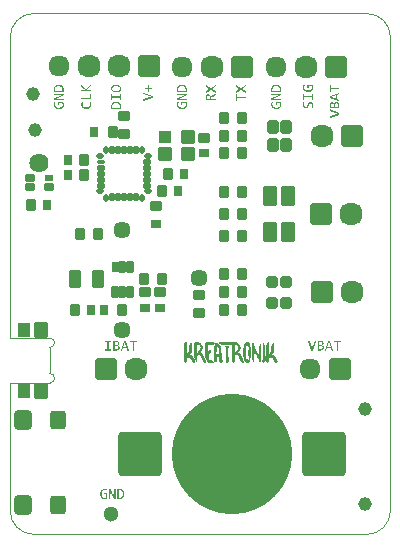
<source format=gts>
G04*
G04 #@! TF.GenerationSoftware,Altium Limited,Altium Designer,21.6.4 (81)*
G04*
G04 Layer_Color=8388736*
%FSLAX44Y44*%
%MOMM*%
G71*
G04*
G04 #@! TF.SameCoordinates,6DE2C221-B64E-46BB-9673-D02FF606FF1F*
G04*
G04*
G04 #@! TF.FilePolarity,Negative*
G04*
G01*
G75*
%ADD10C,0.1000*%
G04:AMPARAMS|DCode=11|XSize=0.5mm|YSize=0.9mm|CornerRadius=0.0625mm|HoleSize=0mm|Usage=FLASHONLY|Rotation=180.000|XOffset=0mm|YOffset=0mm|HoleType=Round|Shape=RoundedRectangle|*
%AMROUNDEDRECTD11*
21,1,0.5000,0.7750,0,0,180.0*
21,1,0.3750,0.9000,0,0,180.0*
1,1,0.1250,-0.1875,0.3875*
1,1,0.1250,0.1875,0.3875*
1,1,0.1250,0.1875,-0.3875*
1,1,0.1250,-0.1875,-0.3875*
%
%ADD11ROUNDEDRECTD11*%
G04:AMPARAMS|DCode=12|XSize=0.85mm|YSize=0.65mm|CornerRadius=0.0325mm|HoleSize=0mm|Usage=FLASHONLY|Rotation=180.000|XOffset=0mm|YOffset=0mm|HoleType=Round|Shape=RoundedRectangle|*
%AMROUNDEDRECTD12*
21,1,0.8500,0.5850,0,0,180.0*
21,1,0.7850,0.6500,0,0,180.0*
1,1,0.0650,-0.3925,0.2925*
1,1,0.0650,0.3925,0.2925*
1,1,0.0650,0.3925,-0.2925*
1,1,0.0650,-0.3925,-0.2925*
%
%ADD12ROUNDEDRECTD12*%
G04:AMPARAMS|DCode=13|XSize=0.8mm|YSize=0.75mm|CornerRadius=0.0375mm|HoleSize=0mm|Usage=FLASHONLY|Rotation=90.000|XOffset=0mm|YOffset=0mm|HoleType=Round|Shape=RoundedRectangle|*
%AMROUNDEDRECTD13*
21,1,0.8000,0.6750,0,0,90.0*
21,1,0.7250,0.7500,0,0,90.0*
1,1,0.0750,0.3375,0.3625*
1,1,0.0750,0.3375,-0.3625*
1,1,0.0750,-0.3375,-0.3625*
1,1,0.0750,-0.3375,0.3625*
%
%ADD13ROUNDEDRECTD13*%
G04:AMPARAMS|DCode=16|XSize=1.4mm|YSize=1.6mm|CornerRadius=0.35mm|HoleSize=0mm|Usage=FLASHONLY|Rotation=0.000|XOffset=0mm|YOffset=0mm|HoleType=Round|Shape=RoundedRectangle|*
%AMROUNDEDRECTD16*
21,1,1.4000,0.9000,0,0,0.0*
21,1,0.7000,1.6000,0,0,0.0*
1,1,0.7000,0.3500,-0.4500*
1,1,0.7000,-0.3500,-0.4500*
1,1,0.7000,-0.3500,0.4500*
1,1,0.7000,0.3500,0.4500*
%
%ADD16ROUNDEDRECTD16*%
G04:AMPARAMS|DCode=18|XSize=0.3mm|YSize=0.6mm|CornerRadius=0.075mm|HoleSize=0mm|Usage=FLASHONLY|Rotation=270.000|XOffset=0mm|YOffset=0mm|HoleType=Round|Shape=RoundedRectangle|*
%AMROUNDEDRECTD18*
21,1,0.3000,0.4500,0,0,270.0*
21,1,0.1500,0.6000,0,0,270.0*
1,1,0.1500,-0.2250,-0.0750*
1,1,0.1500,-0.2250,0.0750*
1,1,0.1500,0.2250,0.0750*
1,1,0.1500,0.2250,-0.0750*
%
%ADD18ROUNDEDRECTD18*%
G04:AMPARAMS|DCode=25|XSize=0.52mm|YSize=0.725mm|CornerRadius=0.065mm|HoleSize=0mm|Usage=FLASHONLY|Rotation=90.000|XOffset=0mm|YOffset=0mm|HoleType=Round|Shape=RoundedRectangle|*
%AMROUNDEDRECTD25*
21,1,0.5200,0.5950,0,0,90.0*
21,1,0.3900,0.7250,0,0,90.0*
1,1,0.1300,0.2975,0.1950*
1,1,0.1300,0.2975,-0.1950*
1,1,0.1300,-0.2975,-0.1950*
1,1,0.1300,-0.2975,0.1950*
%
%ADD25ROUNDEDRECTD25*%
G04:AMPARAMS|DCode=27|XSize=1.1mm|YSize=1mm|CornerRadius=0.05mm|HoleSize=0mm|Usage=FLASHONLY|Rotation=180.000|XOffset=0mm|YOffset=0mm|HoleType=Round|Shape=RoundedRectangle|*
%AMROUNDEDRECTD27*
21,1,1.1000,0.9000,0,0,180.0*
21,1,1.0000,1.0000,0,0,180.0*
1,1,0.1000,-0.5000,0.4500*
1,1,0.1000,0.5000,0.4500*
1,1,0.1000,0.5000,-0.4500*
1,1,0.1000,-0.5000,-0.4500*
%
%ADD27ROUNDEDRECTD27*%
G04:AMPARAMS|DCode=28|XSize=1.2mm|YSize=1.05mm|CornerRadius=0.105mm|HoleSize=0mm|Usage=FLASHONLY|Rotation=90.000|XOffset=0mm|YOffset=0mm|HoleType=Round|Shape=RoundedRectangle|*
%AMROUNDEDRECTD28*
21,1,1.2000,0.8400,0,0,90.0*
21,1,0.9900,1.0500,0,0,90.0*
1,1,0.2100,0.4200,0.4950*
1,1,0.2100,0.4200,-0.4950*
1,1,0.2100,-0.4200,-0.4950*
1,1,0.2100,-0.4200,0.4950*
%
%ADD28ROUNDEDRECTD28*%
G04:AMPARAMS|DCode=29|XSize=0.85mm|YSize=0.65mm|CornerRadius=0.0325mm|HoleSize=0mm|Usage=FLASHONLY|Rotation=90.000|XOffset=0mm|YOffset=0mm|HoleType=Round|Shape=RoundedRectangle|*
%AMROUNDEDRECTD29*
21,1,0.8500,0.5850,0,0,90.0*
21,1,0.7850,0.6500,0,0,90.0*
1,1,0.0650,0.2925,0.3925*
1,1,0.0650,0.2925,-0.3925*
1,1,0.0650,-0.2925,-0.3925*
1,1,0.0650,-0.2925,0.3925*
%
%ADD29ROUNDEDRECTD29*%
G04:AMPARAMS|DCode=30|XSize=0.8mm|YSize=0.75mm|CornerRadius=0.0375mm|HoleSize=0mm|Usage=FLASHONLY|Rotation=180.000|XOffset=0mm|YOffset=0mm|HoleType=Round|Shape=RoundedRectangle|*
%AMROUNDEDRECTD30*
21,1,0.8000,0.6750,0,0,180.0*
21,1,0.7250,0.7500,0,0,180.0*
1,1,0.0750,-0.3625,0.3375*
1,1,0.0750,0.3625,0.3375*
1,1,0.0750,0.3625,-0.3375*
1,1,0.0750,-0.3625,-0.3375*
%
%ADD30ROUNDEDRECTD30*%
G04:AMPARAMS|DCode=31|XSize=0.65mm|YSize=1.05mm|CornerRadius=0.1375mm|HoleSize=0mm|Usage=FLASHONLY|Rotation=180.000|XOffset=0mm|YOffset=0mm|HoleType=Round|Shape=RoundedRectangle|*
%AMROUNDEDRECTD31*
21,1,0.6500,0.7750,0,0,180.0*
21,1,0.3750,1.0500,0,0,180.0*
1,1,0.2750,-0.1875,0.3875*
1,1,0.2750,0.1875,0.3875*
1,1,0.2750,0.1875,-0.3875*
1,1,0.2750,-0.1875,-0.3875*
%
%ADD31ROUNDEDRECTD31*%
G04:AMPARAMS|DCode=32|XSize=1mm|YSize=0.8mm|CornerRadius=0.1075mm|HoleSize=0mm|Usage=FLASHONLY|Rotation=180.000|XOffset=0mm|YOffset=0mm|HoleType=Round|Shape=RoundedRectangle|*
%AMROUNDEDRECTD32*
21,1,1.0000,0.5850,0,0,180.0*
21,1,0.7850,0.8000,0,0,180.0*
1,1,0.2150,-0.3925,0.2925*
1,1,0.2150,0.3925,0.2925*
1,1,0.2150,0.3925,-0.2925*
1,1,0.2150,-0.3925,-0.2925*
%
%ADD32ROUNDEDRECTD32*%
G04:AMPARAMS|DCode=33|XSize=0.95mm|YSize=0.9mm|CornerRadius=0.1125mm|HoleSize=0mm|Usage=FLASHONLY|Rotation=90.000|XOffset=0mm|YOffset=0mm|HoleType=Round|Shape=RoundedRectangle|*
%AMROUNDEDRECTD33*
21,1,0.9500,0.6750,0,0,90.0*
21,1,0.7250,0.9000,0,0,90.0*
1,1,0.2250,0.3375,0.3625*
1,1,0.2250,0.3375,-0.3625*
1,1,0.2250,-0.3375,-0.3625*
1,1,0.2250,-0.3375,0.3625*
%
%ADD33ROUNDEDRECTD33*%
G04:AMPARAMS|DCode=34|XSize=1.15mm|YSize=0.95mm|CornerRadius=0.155mm|HoleSize=0mm|Usage=FLASHONLY|Rotation=270.000|XOffset=0mm|YOffset=0mm|HoleType=Round|Shape=RoundedRectangle|*
%AMROUNDEDRECTD34*
21,1,1.1500,0.6400,0,0,270.0*
21,1,0.8400,0.9500,0,0,270.0*
1,1,0.3100,-0.3200,-0.4200*
1,1,0.3100,-0.3200,0.4200*
1,1,0.3100,0.3200,0.4200*
1,1,0.3100,0.3200,-0.4200*
%
%ADD34ROUNDEDRECTD34*%
G04:AMPARAMS|DCode=35|XSize=1.55mm|YSize=1.05mm|CornerRadius=0.1425mm|HoleSize=0mm|Usage=FLASHONLY|Rotation=90.000|XOffset=0mm|YOffset=0mm|HoleType=Round|Shape=RoundedRectangle|*
%AMROUNDEDRECTD35*
21,1,1.5500,0.7650,0,0,90.0*
21,1,1.2650,1.0500,0,0,90.0*
1,1,0.2850,0.3825,0.6325*
1,1,0.2850,0.3825,-0.6325*
1,1,0.2850,-0.3825,-0.6325*
1,1,0.2850,-0.3825,0.6325*
%
%ADD35ROUNDEDRECTD35*%
G04:AMPARAMS|DCode=36|XSize=1.55mm|YSize=1.75mm|CornerRadius=0.425mm|HoleSize=0mm|Usage=FLASHONLY|Rotation=0.000|XOffset=0mm|YOffset=0mm|HoleType=Round|Shape=RoundedRectangle|*
%AMROUNDEDRECTD36*
21,1,1.5500,0.9000,0,0,0.0*
21,1,0.7000,1.7500,0,0,0.0*
1,1,0.8500,0.3500,-0.4500*
1,1,0.8500,-0.3500,-0.4500*
1,1,0.8500,-0.3500,0.4500*
1,1,0.8500,0.3500,0.4500*
%
%ADD36ROUNDEDRECTD36*%
G04:AMPARAMS|DCode=37|XSize=0.45mm|YSize=0.65mm|CornerRadius=0.15mm|HoleSize=0mm|Usage=FLASHONLY|Rotation=270.000|XOffset=0mm|YOffset=0mm|HoleType=Round|Shape=RoundedRectangle|*
%AMROUNDEDRECTD37*
21,1,0.4500,0.3500,0,0,270.0*
21,1,0.1500,0.6500,0,0,270.0*
1,1,0.3000,-0.1750,-0.0750*
1,1,0.3000,-0.1750,0.0750*
1,1,0.3000,0.1750,0.0750*
1,1,0.3000,0.1750,-0.0750*
%
%ADD37ROUNDEDRECTD37*%
G04:AMPARAMS|DCode=38|XSize=0.45mm|YSize=0.75mm|CornerRadius=0.15mm|HoleSize=0mm|Usage=FLASHONLY|Rotation=270.000|XOffset=0mm|YOffset=0mm|HoleType=Round|Shape=RoundedRectangle|*
%AMROUNDEDRECTD38*
21,1,0.4500,0.4500,0,0,270.0*
21,1,0.1500,0.7500,0,0,270.0*
1,1,0.3000,-0.2250,-0.0750*
1,1,0.3000,-0.2250,0.0750*
1,1,0.3000,0.2250,0.0750*
1,1,0.3000,0.2250,-0.0750*
%
%ADD38ROUNDEDRECTD38*%
G04:AMPARAMS|DCode=39|XSize=0.45mm|YSize=0.65mm|CornerRadius=0.15mm|HoleSize=0mm|Usage=FLASHONLY|Rotation=180.000|XOffset=0mm|YOffset=0mm|HoleType=Round|Shape=RoundedRectangle|*
%AMROUNDEDRECTD39*
21,1,0.4500,0.3500,0,0,180.0*
21,1,0.1500,0.6500,0,0,180.0*
1,1,0.3000,-0.0750,0.1750*
1,1,0.3000,0.0750,0.1750*
1,1,0.3000,0.0750,-0.1750*
1,1,0.3000,-0.0750,-0.1750*
%
%ADD39ROUNDEDRECTD39*%
G04:AMPARAMS|DCode=40|XSize=0.45mm|YSize=0.75mm|CornerRadius=0.15mm|HoleSize=0mm|Usage=FLASHONLY|Rotation=180.000|XOffset=0mm|YOffset=0mm|HoleType=Round|Shape=RoundedRectangle|*
%AMROUNDEDRECTD40*
21,1,0.4500,0.4500,0,0,180.0*
21,1,0.1500,0.7500,0,0,180.0*
1,1,0.3000,-0.0750,0.2250*
1,1,0.3000,0.0750,0.2250*
1,1,0.3000,0.0750,-0.2250*
1,1,0.3000,-0.0750,-0.2250*
%
%ADD40ROUNDEDRECTD40*%
G04:AMPARAMS|DCode=41|XSize=1.05mm|YSize=0.95mm|CornerRadius=0.175mm|HoleSize=0mm|Usage=FLASHONLY|Rotation=270.000|XOffset=0mm|YOffset=0mm|HoleType=Round|Shape=RoundedRectangle|*
%AMROUNDEDRECTD41*
21,1,1.0500,0.6000,0,0,270.0*
21,1,0.7000,0.9500,0,0,270.0*
1,1,0.3500,-0.3000,-0.3500*
1,1,0.3500,-0.3000,0.3500*
1,1,0.3500,0.3000,0.3500*
1,1,0.3500,0.3000,-0.3500*
%
%ADD41ROUNDEDRECTD41*%
G04:AMPARAMS|DCode=42|XSize=1.65mm|YSize=1.25mm|CornerRadius=0.2125mm|HoleSize=0mm|Usage=FLASHONLY|Rotation=270.000|XOffset=0mm|YOffset=0mm|HoleType=Round|Shape=RoundedRectangle|*
%AMROUNDEDRECTD42*
21,1,1.6500,0.8250,0,0,270.0*
21,1,1.2250,1.2500,0,0,270.0*
1,1,0.4250,-0.4125,-0.6125*
1,1,0.4250,-0.4125,0.6125*
1,1,0.4250,0.4125,0.6125*
1,1,0.4250,0.4125,-0.6125*
%
%ADD42ROUNDEDRECTD42*%
%ADD43C,1.1500*%
G04:AMPARAMS|DCode=44|XSize=3.65mm|YSize=3.75mm|CornerRadius=0.25mm|HoleSize=0mm|Usage=FLASHONLY|Rotation=0.000|XOffset=0mm|YOffset=0mm|HoleType=Round|Shape=RoundedRectangle|*
%AMROUNDEDRECTD44*
21,1,3.6500,3.2500,0,0,0.0*
21,1,3.1500,3.7500,0,0,0.0*
1,1,0.5000,1.5750,-1.6250*
1,1,0.5000,-1.5750,-1.6250*
1,1,0.5000,-1.5750,1.6250*
1,1,0.5000,1.5750,1.6250*
%
%ADD44ROUNDEDRECTD44*%
%ADD45C,10.2000*%
G04:AMPARAMS|DCode=46|XSize=0.67mm|YSize=0.875mm|CornerRadius=0.14mm|HoleSize=0mm|Usage=FLASHONLY|Rotation=90.000|XOffset=0mm|YOffset=0mm|HoleType=Round|Shape=RoundedRectangle|*
%AMROUNDEDRECTD46*
21,1,0.6700,0.5950,0,0,90.0*
21,1,0.3900,0.8750,0,0,90.0*
1,1,0.2800,0.2975,0.1950*
1,1,0.2800,0.2975,-0.1950*
1,1,0.2800,-0.2975,-0.1950*
1,1,0.2800,-0.2975,0.1950*
%
%ADD46ROUNDEDRECTD46*%
G04:AMPARAMS|DCode=47|XSize=0.672mm|YSize=0.875mm|CornerRadius=0.1403mm|HoleSize=0mm|Usage=FLASHONLY|Rotation=90.000|XOffset=0mm|YOffset=0mm|HoleType=Round|Shape=RoundedRectangle|*
%AMROUNDEDRECTD47*
21,1,0.6720,0.5945,0,0,90.0*
21,1,0.3915,0.8750,0,0,90.0*
1,1,0.2805,0.2973,0.1958*
1,1,0.2805,0.2973,-0.1958*
1,1,0.2805,-0.2973,-0.1958*
1,1,0.2805,-0.2973,0.1958*
%
%ADD47ROUNDEDRECTD47*%
G04:AMPARAMS|DCode=48|XSize=1.25mm|YSize=1.15mm|CornerRadius=0.125mm|HoleSize=0mm|Usage=FLASHONLY|Rotation=180.000|XOffset=0mm|YOffset=0mm|HoleType=Round|Shape=RoundedRectangle|*
%AMROUNDEDRECTD48*
21,1,1.2500,0.9000,0,0,180.0*
21,1,1.0000,1.1500,0,0,180.0*
1,1,0.2500,-0.5000,0.4500*
1,1,0.2500,0.5000,0.4500*
1,1,0.2500,0.5000,-0.4500*
1,1,0.2500,-0.5000,-0.4500*
%
%ADD48ROUNDEDRECTD48*%
G04:AMPARAMS|DCode=49|XSize=1.35mm|YSize=1.2mm|CornerRadius=0.18mm|HoleSize=0mm|Usage=FLASHONLY|Rotation=270.000|XOffset=0mm|YOffset=0mm|HoleType=Round|Shape=RoundedRectangle|*
%AMROUNDEDRECTD49*
21,1,1.3500,0.8400,0,0,270.0*
21,1,0.9900,1.2000,0,0,270.0*
1,1,0.3600,-0.4200,-0.4950*
1,1,0.3600,-0.4200,0.4950*
1,1,0.3600,0.4200,0.4950*
1,1,0.3600,0.4200,-0.4950*
%
%ADD49ROUNDEDRECTD49*%
G04:AMPARAMS|DCode=50|XSize=1mm|YSize=0.8mm|CornerRadius=0.1075mm|HoleSize=0mm|Usage=FLASHONLY|Rotation=90.000|XOffset=0mm|YOffset=0mm|HoleType=Round|Shape=RoundedRectangle|*
%AMROUNDEDRECTD50*
21,1,1.0000,0.5850,0,0,90.0*
21,1,0.7850,0.8000,0,0,90.0*
1,1,0.2150,0.2925,0.3925*
1,1,0.2150,0.2925,-0.3925*
1,1,0.2150,-0.2925,-0.3925*
1,1,0.2150,-0.2925,0.3925*
%
%ADD50ROUNDEDRECTD50*%
G04:AMPARAMS|DCode=51|XSize=0.95mm|YSize=0.9mm|CornerRadius=0.1125mm|HoleSize=0mm|Usage=FLASHONLY|Rotation=180.000|XOffset=0mm|YOffset=0mm|HoleType=Round|Shape=RoundedRectangle|*
%AMROUNDEDRECTD51*
21,1,0.9500,0.6750,0,0,180.0*
21,1,0.7250,0.9000,0,0,180.0*
1,1,0.2250,-0.3625,0.3375*
1,1,0.2250,0.3625,0.3375*
1,1,0.2250,0.3625,-0.3375*
1,1,0.2250,-0.3625,-0.3375*
%
%ADD51ROUNDEDRECTD51*%
G04:AMPARAMS|DCode=52|XSize=1.85mm|YSize=1.85mm|CornerRadius=0.16mm|HoleSize=0mm|Usage=FLASHONLY|Rotation=180.000|XOffset=0mm|YOffset=0mm|HoleType=Round|Shape=RoundedRectangle|*
%AMROUNDEDRECTD52*
21,1,1.8500,1.5300,0,0,180.0*
21,1,1.5300,1.8500,0,0,180.0*
1,1,0.3200,-0.7650,0.7650*
1,1,0.3200,0.7650,0.7650*
1,1,0.3200,0.7650,-0.7650*
1,1,0.3200,-0.7650,-0.7650*
%
%ADD52ROUNDEDRECTD52*%
G04:AMPARAMS|DCode=53|XSize=1.85mm|YSize=1.85mm|CornerRadius=0.7125mm|HoleSize=0mm|Usage=FLASHONLY|Rotation=180.000|XOffset=0mm|YOffset=0mm|HoleType=Round|Shape=RoundedRectangle|*
%AMROUNDEDRECTD53*
21,1,1.8500,0.4250,0,0,180.0*
21,1,0.4250,1.8500,0,0,180.0*
1,1,1.4250,-0.2125,0.2125*
1,1,1.4250,0.2125,0.2125*
1,1,1.4250,0.2125,-0.2125*
1,1,1.4250,-0.2125,-0.2125*
%
%ADD53ROUNDEDRECTD53*%
G04:AMPARAMS|DCode=54|XSize=1.7mm|YSize=1.7mm|CornerRadius=0.6375mm|HoleSize=0mm|Usage=FLASHONLY|Rotation=180.000|XOffset=0mm|YOffset=0mm|HoleType=Round|Shape=RoundedRectangle|*
%AMROUNDEDRECTD54*
21,1,1.7000,0.4250,0,0,180.0*
21,1,0.4250,1.7000,0,0,180.0*
1,1,1.2750,-0.2125,0.2125*
1,1,1.2750,0.2125,0.2125*
1,1,1.2750,0.2125,-0.2125*
1,1,1.2750,-0.2125,-0.2125*
%
%ADD54ROUNDEDRECTD54*%
%ADD55C,1.4500*%
%ADD56C,1.6250*%
%ADD57C,1.3000*%
G36*
X218988Y162452D02*
X219241D01*
Y153119D01*
X219745D01*
Y153371D01*
X219997D01*
Y153876D01*
X220250D01*
Y154128D01*
X220502D01*
Y154380D01*
X220754D01*
Y154885D01*
X221006D01*
Y155641D01*
X221259D01*
Y159677D01*
X221511D01*
Y160434D01*
X221763D01*
Y160686D01*
X222015D01*
Y161191D01*
X222268D01*
Y161443D01*
X222520D01*
Y161695D01*
X223024D01*
Y161948D01*
X223277D01*
Y161695D01*
X223529D01*
Y154632D01*
X223277D01*
Y153876D01*
X223024D01*
Y153371D01*
X222772D01*
Y153119D01*
X222520D01*
Y152866D01*
X222268D01*
Y152614D01*
X222015D01*
Y152362D01*
X221763D01*
Y151858D01*
X222520D01*
Y151605D01*
X223277D01*
Y151353D01*
X223529D01*
Y151101D01*
X223781D01*
Y150849D01*
X224033D01*
Y150596D01*
X224286D01*
Y150344D01*
X224538D01*
Y149839D01*
X224790D01*
Y149335D01*
X225042D01*
Y148830D01*
X225295D01*
Y148578D01*
X225547D01*
Y148074D01*
X225799D01*
Y147569D01*
X226051D01*
Y147065D01*
X226304D01*
Y146560D01*
X226556D01*
Y145551D01*
X226304D01*
Y145299D01*
X224538D01*
Y145551D01*
X224286D01*
Y145803D01*
X224033D01*
Y146056D01*
X223781D01*
Y146308D01*
X223529D01*
Y146812D01*
X223277D01*
Y147317D01*
X223024D01*
Y147821D01*
X222772D01*
Y148326D01*
X222520D01*
Y148830D01*
X222268D01*
Y149083D01*
X222015D01*
Y149335D01*
X221511D01*
Y149587D01*
X219997D01*
Y149335D01*
X219493D01*
Y148830D01*
X219241D01*
Y145803D01*
X218988D01*
Y145551D01*
X218484D01*
Y145299D01*
X217727D01*
Y145551D01*
X217222D01*
Y146056D01*
X216970D01*
Y160182D01*
X217222D01*
Y161191D01*
X217475D01*
Y161443D01*
X217727D01*
Y161948D01*
X217979D01*
Y162200D01*
X218484D01*
Y162452D01*
X218736D01*
Y162704D01*
X218988D01*
Y162452D01*
D02*
G37*
G36*
X214700Y161443D02*
X214952D01*
Y161191D01*
X215205D01*
Y160434D01*
X215457D01*
Y159677D01*
X215709D01*
Y156146D01*
X215961D01*
Y151353D01*
X216213D01*
Y146560D01*
X215961D01*
Y145803D01*
X215709D01*
Y145551D01*
X214952D01*
Y145299D01*
X214195D01*
Y145551D01*
X213691D01*
Y146056D01*
X213439D01*
Y147569D01*
X213691D01*
Y150849D01*
Y151101D01*
Y153876D01*
X213943D01*
Y160182D01*
X214195D01*
Y161695D01*
X214700D01*
Y161443D01*
D02*
G37*
G36*
X206628Y161948D02*
X206880D01*
Y159173D01*
X207132D01*
Y157912D01*
X207385D01*
Y157407D01*
X207637D01*
Y156903D01*
X207889D01*
Y156398D01*
X208141D01*
Y156146D01*
X208394D01*
Y155641D01*
X208646D01*
Y155137D01*
X208898D01*
Y154885D01*
X209150D01*
Y154380D01*
X209403D01*
Y153876D01*
X209655D01*
Y153623D01*
X209907D01*
Y153371D01*
X210159D01*
Y153119D01*
X210412D01*
Y153371D01*
X210664D01*
Y158921D01*
X210916D01*
Y159425D01*
Y159677D01*
X211168D01*
Y160182D01*
X211421D01*
Y160434D01*
X211673D01*
Y160686D01*
X211925D01*
Y160939D01*
X212178D01*
Y161191D01*
X212682D01*
Y145803D01*
X212430D01*
Y145551D01*
X211925D01*
Y145299D01*
X211421D01*
Y145551D01*
X210916D01*
Y145803D01*
X210664D01*
Y146812D01*
X210412D01*
Y148074D01*
X210159D01*
Y148578D01*
X209907D01*
Y149083D01*
X209655D01*
Y149587D01*
X209403D01*
Y150092D01*
X209150D01*
Y150596D01*
X208898D01*
Y151101D01*
X208646D01*
Y151605D01*
X208394D01*
Y152110D01*
X208141D01*
Y152614D01*
X207889D01*
Y152866D01*
X207637D01*
Y153119D01*
X207132D01*
Y152614D01*
X206880D01*
Y145803D01*
X206628D01*
Y146056D01*
X206123D01*
Y146308D01*
X205871D01*
Y146812D01*
X205619D01*
Y147065D01*
X205367D01*
Y147569D01*
X205114D01*
Y148326D01*
X204862D01*
Y161695D01*
X205114D01*
Y161948D01*
X205367D01*
Y162200D01*
X206628D01*
Y161948D01*
D02*
G37*
G36*
X201835Y162200D02*
X202592D01*
Y161948D01*
X202844D01*
Y161443D01*
X203096D01*
Y160182D01*
X203349D01*
Y158921D01*
X203601D01*
Y157407D01*
X203853D01*
Y156146D01*
X204105D01*
Y152614D01*
X203853D01*
Y151101D01*
X203601D01*
Y149335D01*
X203349D01*
Y147821D01*
X203096D01*
Y146308D01*
X202844D01*
Y145803D01*
X202592D01*
Y145551D01*
X202339D01*
Y145299D01*
X199817D01*
Y145551D01*
X199312D01*
Y145803D01*
X199060D01*
Y146056D01*
X198808D01*
Y146560D01*
X198556D01*
Y147065D01*
X198304D01*
Y147569D01*
X198051D01*
Y148326D01*
X197799D01*
Y149839D01*
X197547D01*
Y152110D01*
X197294D01*
Y156146D01*
X197547D01*
Y157659D01*
X197799D01*
Y158921D01*
X198051D01*
Y160182D01*
X198304D01*
Y161191D01*
Y161443D01*
X198556D01*
Y161948D01*
X198808D01*
Y162200D01*
X199565D01*
Y162452D01*
X201835D01*
Y162200D01*
D02*
G37*
G36*
X191745D02*
X192754D01*
Y161948D01*
X193006D01*
Y161695D01*
X193258D01*
Y161443D01*
X193511D01*
Y161191D01*
X193763D01*
Y160939D01*
X194015D01*
Y160434D01*
X194267D01*
Y160182D01*
X194520D01*
Y159677D01*
X194772D01*
Y159425D01*
X195024D01*
Y158921D01*
X195276D01*
Y157155D01*
X195024D01*
Y156903D01*
X194772D01*
Y156398D01*
X194520D01*
Y156146D01*
X194267D01*
Y155641D01*
X194015D01*
Y155389D01*
X193763D01*
Y154885D01*
X193511D01*
Y154632D01*
X193258D01*
Y153876D01*
X194015D01*
Y153623D01*
X194267D01*
Y153371D01*
X194520D01*
Y153119D01*
X194772D01*
Y152866D01*
X195024D01*
Y152362D01*
X195276D01*
Y151858D01*
X195529D01*
Y151101D01*
X195781D01*
Y150596D01*
X196033D01*
Y150092D01*
X196285D01*
Y149587D01*
X196538D01*
Y149083D01*
X196790D01*
Y148578D01*
X197042D01*
Y148074D01*
X197294D01*
Y147569D01*
X197547D01*
Y147065D01*
X197799D01*
Y146560D01*
X198051D01*
Y146056D01*
X198304D01*
Y145803D01*
X198051D01*
Y145299D01*
X196033D01*
Y145551D01*
X195781D01*
Y145803D01*
X195529D01*
Y146056D01*
X195276D01*
Y146560D01*
X195024D01*
Y147065D01*
X194772D01*
Y147569D01*
X194520D01*
Y148326D01*
X194267D01*
Y148830D01*
X194015D01*
Y149335D01*
X193763D01*
Y149839D01*
X193511D01*
Y150596D01*
X193258D01*
Y151101D01*
X193006D01*
Y151353D01*
X192502D01*
Y151605D01*
X190484D01*
Y151353D01*
X190231D01*
Y150849D01*
X189979D01*
Y146056D01*
X189727D01*
Y145551D01*
X189475D01*
Y145299D01*
X188466D01*
Y145551D01*
X188213D01*
Y145803D01*
X187961D01*
Y149587D01*
Y149839D01*
Y159173D01*
X187709D01*
Y159930D01*
X187456D01*
Y160182D01*
X180393D01*
Y160434D01*
X179132D01*
Y160686D01*
X178375D01*
Y160939D01*
X178123D01*
Y161191D01*
X177619D01*
Y161443D01*
X177114D01*
Y161695D01*
X176862D01*
Y161948D01*
X176357D01*
Y162200D01*
X176862D01*
Y162452D01*
X191745D01*
Y162200D01*
D02*
G37*
G36*
X184934Y159425D02*
X185186D01*
Y159173D01*
X185438D01*
Y158921D01*
X185186D01*
Y158416D01*
X184934D01*
Y157912D01*
X184682D01*
Y157155D01*
X184429D01*
Y155389D01*
Y155137D01*
Y154380D01*
X184682D01*
Y150092D01*
X184934D01*
Y145803D01*
X184682D01*
Y145551D01*
X184429D01*
Y145299D01*
X182664D01*
Y145551D01*
X182411D01*
Y150596D01*
X182664D01*
Y155137D01*
X182916D01*
Y156903D01*
X182664D01*
Y157912D01*
X182411D01*
Y158416D01*
X182159D01*
Y158921D01*
X181907D01*
Y159425D01*
X182411D01*
Y159677D01*
X184934D01*
Y159425D01*
D02*
G37*
G36*
X175348Y161695D02*
X175853D01*
Y161443D01*
X176357D01*
Y161191D01*
X176610D01*
Y160939D01*
X177114D01*
Y160686D01*
X177366D01*
Y160434D01*
X177619D01*
Y160182D01*
X177871D01*
Y159677D01*
X178123D01*
Y158668D01*
X178375D01*
Y156903D01*
X178628D01*
Y155137D01*
X178880D01*
Y153371D01*
X179132D01*
Y151353D01*
X179384D01*
Y149587D01*
X179637D01*
Y147821D01*
X179889D01*
Y145803D01*
Y145551D01*
X179637D01*
Y145299D01*
X177871D01*
Y145551D01*
X177366D01*
Y146056D01*
X177114D01*
Y149083D01*
X176862D01*
Y149587D01*
X176610D01*
Y149839D01*
X176105D01*
Y150092D01*
X175601D01*
Y149839D01*
X175348D01*
Y149587D01*
X175096D01*
Y145803D01*
X174844D01*
Y145551D01*
X174592D01*
Y145299D01*
X174087D01*
Y145551D01*
X173583D01*
Y145803D01*
X173078D01*
Y146056D01*
X172826D01*
Y146560D01*
X172574D01*
Y147065D01*
X172321D01*
Y149839D01*
X172574D01*
Y154632D01*
X172826D01*
Y159173D01*
X173078D01*
Y160434D01*
X173330D01*
Y160939D01*
X173583D01*
Y161443D01*
X173835D01*
Y161695D01*
X174087D01*
Y161948D01*
X175348D01*
Y161695D01*
D02*
G37*
G36*
X172574Y162200D02*
X173330D01*
Y161695D01*
X173078D01*
Y161191D01*
X172826D01*
Y160939D01*
X172574D01*
Y160686D01*
X172069D01*
Y160434D01*
X171312D01*
Y160182D01*
X167781D01*
Y159930D01*
X167528D01*
Y155137D01*
X168285D01*
Y155389D01*
X168538D01*
Y155641D01*
X168790D01*
Y155893D01*
X169294D01*
Y156146D01*
X170051D01*
Y154128D01*
X169799D01*
Y153623D01*
X169547D01*
Y153371D01*
X169294D01*
Y153119D01*
X169042D01*
Y152866D01*
X168790D01*
Y152614D01*
X168538D01*
Y152362D01*
X168285D01*
Y147821D01*
X168538D01*
Y147569D01*
X170303D01*
Y147317D01*
X171060D01*
Y147065D01*
X171312D01*
Y146812D01*
X171817D01*
Y146560D01*
X172069D01*
Y146056D01*
X172321D01*
Y145803D01*
X172574D01*
Y145551D01*
X172321D01*
Y145299D01*
X167781D01*
Y145551D01*
X167276D01*
Y145803D01*
X167024D01*
Y146308D01*
X166772D01*
Y146560D01*
X166519D01*
Y147065D01*
X166267D01*
Y147569D01*
X166015D01*
Y148074D01*
X165763D01*
Y148578D01*
X165510D01*
Y149335D01*
X165258D01*
Y150596D01*
X165006D01*
Y161443D01*
X165258D01*
Y161948D01*
X165510D01*
Y162200D01*
X166015D01*
Y162452D01*
X172574D01*
Y162200D01*
D02*
G37*
G36*
X159961D02*
X160718D01*
Y161948D01*
X161222D01*
Y161695D01*
X161474D01*
Y161443D01*
X161727D01*
Y160939D01*
X161979D01*
Y160686D01*
X162231D01*
Y160182D01*
X162483D01*
Y159930D01*
X162736D01*
Y159425D01*
X162988D01*
Y159173D01*
X163240D01*
Y158668D01*
X163492D01*
Y157659D01*
X163240D01*
Y157155D01*
X162988D01*
Y156650D01*
X162736D01*
Y156398D01*
X162483D01*
Y155893D01*
X162231D01*
Y155641D01*
X161979D01*
Y155137D01*
X161727D01*
Y154885D01*
X161474D01*
Y153876D01*
X162231D01*
Y153623D01*
X162483D01*
Y153371D01*
X162736D01*
Y152866D01*
X162988D01*
Y152362D01*
X163240D01*
Y151858D01*
X163492D01*
Y151353D01*
X163745D01*
Y150849D01*
X163997D01*
Y150344D01*
X164249D01*
Y149839D01*
X164501D01*
Y149335D01*
X164754D01*
Y148830D01*
X165006D01*
Y148326D01*
X165258D01*
Y147821D01*
X165510D01*
Y147317D01*
X165763D01*
Y146812D01*
X166015D01*
Y146308D01*
X166267D01*
Y145551D01*
X166015D01*
Y145299D01*
X164249D01*
Y145551D01*
X163745D01*
Y145803D01*
X163492D01*
Y146308D01*
X163240D01*
Y146812D01*
X162988D01*
Y147317D01*
X162736D01*
Y148074D01*
X162483D01*
Y148578D01*
X162231D01*
Y149083D01*
X161979D01*
Y149587D01*
X161727D01*
Y150344D01*
X161474D01*
Y150849D01*
X161222D01*
Y151101D01*
X160970D01*
Y151353D01*
X160718D01*
Y151605D01*
X159961D01*
Y151858D01*
X159709D01*
Y151605D01*
X158700D01*
Y151353D01*
X158447D01*
Y151101D01*
X158195D01*
Y146056D01*
X157690D01*
Y146308D01*
X157438D01*
Y146812D01*
X157186D01*
Y147317D01*
X156934D01*
Y147821D01*
X156681D01*
Y148326D01*
X156429D01*
Y148830D01*
X156177D01*
Y149587D01*
X155925D01*
Y161948D01*
X156177D01*
Y162200D01*
X156934D01*
Y162452D01*
X159961D01*
Y162200D01*
D02*
G37*
G36*
X149366Y162452D02*
X149618D01*
Y153119D01*
X150123D01*
Y153371D01*
X150375D01*
Y153623D01*
X150627D01*
Y154128D01*
X150880D01*
Y154380D01*
X151132D01*
Y154885D01*
X151384D01*
Y155893D01*
X151636D01*
Y160434D01*
X151889D01*
Y160939D01*
X152141D01*
Y161191D01*
X152393D01*
Y161443D01*
X152646D01*
Y161695D01*
X152898D01*
Y161948D01*
X153654D01*
Y161695D01*
X153907D01*
Y154380D01*
X153654D01*
Y153876D01*
X153402D01*
Y153371D01*
X153150D01*
Y153119D01*
X152898D01*
Y152866D01*
X152646D01*
Y152614D01*
X152393D01*
Y151858D01*
X153150D01*
Y151605D01*
X153654D01*
Y151353D01*
X153907D01*
Y151101D01*
X154411D01*
Y150849D01*
X154663D01*
Y150344D01*
X154916D01*
Y149839D01*
X155168D01*
Y149587D01*
X155420D01*
Y149083D01*
X155673D01*
Y148578D01*
X155925D01*
Y148074D01*
X156177D01*
Y147569D01*
X156429D01*
Y147065D01*
X156681D01*
Y146560D01*
X156934D01*
Y145299D01*
X154916D01*
Y145551D01*
X154663D01*
Y145803D01*
X154411D01*
Y146056D01*
X154159D01*
Y146308D01*
X153907D01*
Y146812D01*
X153654D01*
Y147317D01*
X153402D01*
Y147821D01*
X153150D01*
Y148326D01*
X152898D01*
Y148830D01*
X152646D01*
Y149083D01*
X152393D01*
Y149335D01*
X151889D01*
Y149587D01*
X150375D01*
Y149335D01*
X149871D01*
Y148578D01*
X149618D01*
Y146056D01*
X149366D01*
Y145551D01*
X148862D01*
Y145299D01*
X148105D01*
Y145551D01*
X147853D01*
Y145803D01*
X147600D01*
Y146056D01*
X147348D01*
Y155389D01*
Y155641D01*
Y161191D01*
X147600D01*
Y161695D01*
X147853D01*
Y161948D01*
X148105D01*
Y162200D01*
X148357D01*
Y162452D01*
X148862D01*
Y162704D01*
X149366D01*
Y162452D01*
D02*
G37*
G36*
X80449Y38489D02*
X80604Y38475D01*
X80787Y38461D01*
X81168Y38404D01*
X81196D01*
X81252Y38390D01*
X81351Y38362D01*
X81478Y38334D01*
X81633Y38292D01*
X81788Y38235D01*
X82140Y38094D01*
Y36967D01*
X82126Y36981D01*
X82056Y37009D01*
X81971Y37051D01*
X81844Y37108D01*
X81703Y37164D01*
X81534Y37234D01*
X81182Y37347D01*
X81154D01*
X81097Y37375D01*
X80999Y37390D01*
X80872Y37418D01*
X80702Y37446D01*
X80533Y37460D01*
X80336Y37488D01*
X80012D01*
X79885Y37474D01*
X79730Y37460D01*
X79547Y37432D01*
X79349Y37390D01*
X79138Y37333D01*
X78940Y37248D01*
X78912Y37234D01*
X78856Y37206D01*
X78757Y37150D01*
X78644Y37079D01*
X78503Y36981D01*
X78362Y36868D01*
X78222Y36727D01*
X78081Y36572D01*
X78066Y36558D01*
X78024Y36501D01*
X77954Y36403D01*
X77883Y36290D01*
X77799Y36135D01*
X77700Y35966D01*
X77615Y35768D01*
X77545Y35543D01*
X77531Y35515D01*
X77517Y35444D01*
X77488Y35317D01*
X77460Y35162D01*
X77418Y34965D01*
X77390Y34739D01*
X77376Y34485D01*
X77361Y34218D01*
Y34204D01*
Y34189D01*
Y34147D01*
Y34091D01*
X77376Y33950D01*
Y33767D01*
X77390Y33555D01*
X77418Y33315D01*
X77460Y33090D01*
X77502Y32850D01*
X77517Y32822D01*
X77531Y32752D01*
X77573Y32639D01*
X77615Y32498D01*
X77686Y32329D01*
X77770Y32160D01*
X77869Y31990D01*
X77982Y31821D01*
X77996Y31807D01*
X78038Y31751D01*
X78109Y31680D01*
X78207Y31596D01*
X78334Y31483D01*
X78475Y31384D01*
X78630Y31286D01*
X78814Y31187D01*
X78842Y31173D01*
X78898Y31159D01*
X79011Y31116D01*
X79152Y31088D01*
X79335Y31046D01*
X79547Y31003D01*
X79772Y30989D01*
X80026Y30975D01*
X80308D01*
X80364Y30989D01*
X80463D01*
X80562Y31003D01*
X80590D01*
X80646Y31018D01*
X80731Y31046D01*
X80829Y31060D01*
X80858Y31074D01*
X80914Y31088D01*
X80984Y31116D01*
X81069Y31144D01*
Y33781D01*
X79363D01*
Y34711D01*
X82183D01*
Y30468D01*
X82169D01*
X82140Y30454D01*
X82084Y30426D01*
X82014Y30397D01*
X81830Y30313D01*
X81619Y30242D01*
X81605D01*
X81576Y30228D01*
X81520Y30214D01*
X81436Y30200D01*
X81351Y30172D01*
X81252Y30144D01*
X81027Y30101D01*
X81013D01*
X80970Y30087D01*
X80914D01*
X80843Y30073D01*
X80646Y30045D01*
X80435Y30017D01*
X80378D01*
X80322Y30003D01*
X80251D01*
X80068Y29989D01*
X79857Y29974D01*
X79716D01*
X79547Y29989D01*
X79349Y30003D01*
X79110Y30031D01*
X78856Y30087D01*
X78588Y30144D01*
X78320Y30228D01*
X78306D01*
X78292Y30242D01*
X78207Y30285D01*
X78081Y30341D01*
X77925Y30426D01*
X77742Y30538D01*
X77545Y30679D01*
X77347Y30834D01*
X77164Y31018D01*
X77150Y31046D01*
X77080Y31116D01*
X76995Y31229D01*
X76896Y31384D01*
X76769Y31567D01*
X76657Y31793D01*
X76530Y32047D01*
X76431Y32329D01*
Y32343D01*
X76417Y32371D01*
X76403Y32413D01*
X76389Y32470D01*
X76375Y32540D01*
X76347Y32625D01*
X76304Y32850D01*
X76262Y33104D01*
X76220Y33414D01*
X76192Y33767D01*
X76177Y34133D01*
Y34147D01*
Y34175D01*
Y34232D01*
Y34302D01*
X76192Y34401D01*
Y34500D01*
X76220Y34753D01*
X76248Y35035D01*
X76290Y35345D01*
X76361Y35656D01*
X76459Y35966D01*
Y35980D01*
X76473Y36008D01*
X76487Y36050D01*
X76516Y36107D01*
X76572Y36248D01*
X76671Y36445D01*
X76769Y36656D01*
X76910Y36896D01*
X77066Y37122D01*
X77249Y37347D01*
X77277Y37375D01*
X77347Y37446D01*
X77446Y37545D01*
X77601Y37671D01*
X77785Y37812D01*
X77996Y37953D01*
X78236Y38080D01*
X78489Y38207D01*
X78503D01*
X78517Y38221D01*
X78560Y38235D01*
X78616Y38249D01*
X78771Y38306D01*
X78969Y38362D01*
X79208Y38404D01*
X79476Y38461D01*
X79786Y38489D01*
X80111Y38503D01*
X80308D01*
X80449Y38489D01*
D02*
G37*
G36*
X89302Y30087D02*
X87765D01*
X85453Y35261D01*
X84791Y36924D01*
Y32738D01*
Y30087D01*
X83663D01*
Y38376D01*
X85171D01*
X87370Y33470D01*
X88174Y31581D01*
Y36022D01*
Y38376D01*
X89302D01*
Y30087D01*
D02*
G37*
G36*
X93193Y38362D02*
X93348Y38348D01*
X93531Y38320D01*
X93742Y38292D01*
X93968Y38249D01*
X94193Y38193D01*
X94433Y38137D01*
X94673Y38052D01*
X94912Y37953D01*
X95152Y37841D01*
X95378Y37700D01*
X95589Y37559D01*
X95772Y37375D01*
X95786Y37361D01*
X95815Y37333D01*
X95857Y37277D01*
X95927Y37192D01*
X95998Y37079D01*
X96082Y36953D01*
X96167Y36797D01*
X96251Y36614D01*
X96336Y36417D01*
X96435Y36191D01*
X96505Y35938D01*
X96576Y35670D01*
X96646Y35359D01*
X96688Y35035D01*
X96717Y34697D01*
X96731Y34316D01*
Y34288D01*
Y34218D01*
Y34105D01*
X96717Y33950D01*
X96703Y33781D01*
X96688Y33583D01*
X96632Y33175D01*
Y33146D01*
X96618Y33076D01*
X96590Y32977D01*
X96562Y32836D01*
X96519Y32681D01*
X96463Y32512D01*
X96336Y32160D01*
X96322Y32145D01*
X96294Y32075D01*
X96251Y31990D01*
X96195Y31878D01*
X96125Y31751D01*
X96040Y31596D01*
X95815Y31300D01*
X95800Y31286D01*
X95758Y31243D01*
X95688Y31159D01*
X95589Y31074D01*
X95476Y30975D01*
X95335Y30863D01*
X95180Y30750D01*
X95011Y30651D01*
X94997Y30637D01*
X94926Y30609D01*
X94828Y30552D01*
X94701Y30496D01*
X94546Y30426D01*
X94362Y30355D01*
X94151Y30285D01*
X93926Y30228D01*
X93897D01*
X93813Y30200D01*
X93686Y30186D01*
X93517Y30158D01*
X93305Y30129D01*
X93066Y30115D01*
X92798Y30087D01*
X90740D01*
Y38376D01*
X93052D01*
X93193Y38362D01*
D02*
G37*
G36*
X107225Y162954D02*
X104772D01*
Y155624D01*
X103630D01*
Y162954D01*
X101177D01*
Y163913D01*
X107225D01*
Y162954D01*
D02*
G37*
G36*
X100557Y155624D02*
X99330D01*
X98752Y157428D01*
X95284D01*
X94706Y155624D01*
X93536D01*
X96285Y163913D01*
X97836D01*
X100557Y155624D01*
D02*
G37*
G36*
X89928Y163899D02*
X90097Y163885D01*
X90308Y163857D01*
X90534Y163800D01*
X90787Y163744D01*
X91041Y163659D01*
X91295Y163561D01*
X91549Y163420D01*
X91774Y163265D01*
X91986Y163067D01*
X92155Y162828D01*
X92296Y162560D01*
X92380Y162250D01*
X92394Y162080D01*
X92409Y161897D01*
Y161883D01*
Y161869D01*
Y161784D01*
X92394Y161658D01*
X92366Y161502D01*
X92324Y161319D01*
X92268Y161122D01*
X92197Y160924D01*
X92084Y160741D01*
X92070Y160727D01*
X92028Y160657D01*
X91943Y160572D01*
X91845Y160473D01*
X91704Y160361D01*
X91520Y160234D01*
X91309Y160121D01*
X91055Y160022D01*
X91069D01*
X91112Y160008D01*
X91182Y159994D01*
X91267Y159980D01*
X91464Y159909D01*
X91690Y159811D01*
X91704D01*
X91746Y159783D01*
X91802Y159754D01*
X91873Y159698D01*
X92042Y159585D01*
X92211Y159416D01*
X92225Y159402D01*
X92254Y159374D01*
X92296Y159317D01*
X92338Y159261D01*
X92394Y159176D01*
X92451Y159078D01*
X92564Y158838D01*
Y158824D01*
X92592Y158782D01*
X92606Y158711D01*
X92634Y158627D01*
X92662Y158514D01*
X92676Y158387D01*
X92705Y158105D01*
Y158077D01*
Y158006D01*
X92690Y157894D01*
X92676Y157739D01*
X92648Y157584D01*
X92606Y157400D01*
X92549Y157217D01*
X92465Y157034D01*
X92451Y157020D01*
X92423Y156963D01*
X92366Y156879D01*
X92296Y156766D01*
X92211Y156653D01*
X92098Y156512D01*
X91972Y156385D01*
X91817Y156258D01*
X91802Y156244D01*
X91746Y156202D01*
X91647Y156146D01*
X91535Y156089D01*
X91379Y156005D01*
X91210Y155920D01*
X91013Y155850D01*
X90787Y155779D01*
X90759D01*
X90689Y155751D01*
X90562Y155737D01*
X90407Y155709D01*
X90209Y155680D01*
X89984Y155652D01*
X89730Y155638D01*
X89462Y155624D01*
X87334D01*
Y163913D01*
X89787D01*
X89928Y163899D01*
D02*
G37*
G36*
X85247Y162954D02*
X83330D01*
Y156583D01*
X85247D01*
Y155624D01*
X80271D01*
Y156583D01*
X82188D01*
Y162954D01*
X80271D01*
Y163913D01*
X85247D01*
Y162954D01*
D02*
G37*
G36*
X256486Y155624D02*
X254964D01*
X252215Y163913D01*
X253498D01*
X255274Y158316D01*
X255781Y156681D01*
X256303Y158316D01*
X258093Y163913D01*
X259306D01*
X256486Y155624D01*
D02*
G37*
G36*
X280226Y162954D02*
X277773D01*
Y155624D01*
X276631D01*
Y162954D01*
X274178D01*
Y163913D01*
X280226D01*
Y162954D01*
D02*
G37*
G36*
X273558Y155624D02*
X272331D01*
X271753Y157428D01*
X268286D01*
X267708Y155624D01*
X266537D01*
X269286Y163913D01*
X270837D01*
X273558Y155624D01*
D02*
G37*
G36*
X262929Y163899D02*
X263098Y163885D01*
X263309Y163857D01*
X263535Y163800D01*
X263789Y163744D01*
X264042Y163659D01*
X264296Y163561D01*
X264550Y163420D01*
X264775Y163265D01*
X264987Y163067D01*
X265156Y162828D01*
X265297Y162560D01*
X265382Y162250D01*
X265396Y162080D01*
X265410Y161897D01*
Y161883D01*
Y161869D01*
Y161784D01*
X265396Y161658D01*
X265367Y161502D01*
X265325Y161319D01*
X265269Y161122D01*
X265198Y160924D01*
X265085Y160741D01*
X265071Y160727D01*
X265029Y160657D01*
X264944Y160572D01*
X264846Y160473D01*
X264705Y160361D01*
X264522Y160234D01*
X264310Y160121D01*
X264056Y160022D01*
X264070D01*
X264113Y160008D01*
X264183Y159994D01*
X264268Y159980D01*
X264465Y159909D01*
X264691Y159811D01*
X264705D01*
X264747Y159783D01*
X264804Y159754D01*
X264874Y159698D01*
X265043Y159585D01*
X265212Y159416D01*
X265226Y159402D01*
X265255Y159374D01*
X265297Y159317D01*
X265339Y159261D01*
X265396Y159176D01*
X265452Y159078D01*
X265565Y158838D01*
Y158824D01*
X265593Y158782D01*
X265607Y158711D01*
X265635Y158627D01*
X265663Y158514D01*
X265678Y158387D01*
X265706Y158105D01*
Y158077D01*
Y158006D01*
X265692Y157894D01*
X265678Y157739D01*
X265649Y157584D01*
X265607Y157400D01*
X265551Y157217D01*
X265466Y157034D01*
X265452Y157020D01*
X265424Y156963D01*
X265367Y156879D01*
X265297Y156766D01*
X265212Y156653D01*
X265100Y156512D01*
X264973Y156385D01*
X264818Y156258D01*
X264804Y156244D01*
X264747Y156202D01*
X264648Y156146D01*
X264536Y156089D01*
X264381Y156005D01*
X264211Y155920D01*
X264014Y155850D01*
X263789Y155779D01*
X263760D01*
X263690Y155751D01*
X263563Y155737D01*
X263408Y155709D01*
X263211Y155680D01*
X262985Y155652D01*
X262731Y155638D01*
X262463Y155624D01*
X260335D01*
Y163913D01*
X262788D01*
X262929Y163899D01*
D02*
G37*
G36*
X41439Y380636D02*
X41608Y380622D01*
X41806Y380608D01*
X42214Y380551D01*
X42242D01*
X42313Y380537D01*
X42412Y380509D01*
X42553Y380481D01*
X42708Y380438D01*
X42877Y380382D01*
X43229Y380255D01*
X43243Y380241D01*
X43314Y380213D01*
X43398Y380171D01*
X43511Y380114D01*
X43638Y380044D01*
X43793Y379959D01*
X44089Y379734D01*
X44103Y379720D01*
X44146Y379677D01*
X44230Y379607D01*
X44315Y379508D01*
X44413Y379395D01*
X44526Y379254D01*
X44639Y379099D01*
X44738Y378930D01*
X44752Y378916D01*
X44780Y378845D01*
X44836Y378747D01*
X44893Y378620D01*
X44963Y378465D01*
X45034Y378282D01*
X45104Y378070D01*
X45160Y377845D01*
Y377816D01*
X45189Y377732D01*
X45203Y377605D01*
X45231Y377436D01*
X45259Y377224D01*
X45273Y376985D01*
X45301Y376717D01*
Y374659D01*
X37013D01*
Y376971D01*
X37027Y377112D01*
X37041Y377267D01*
X37069Y377450D01*
X37097Y377661D01*
X37139Y377887D01*
X37196Y378112D01*
X37252Y378352D01*
X37337Y378592D01*
X37435Y378831D01*
X37548Y379071D01*
X37689Y379297D01*
X37830Y379508D01*
X38013Y379691D01*
X38028Y379705D01*
X38056Y379734D01*
X38112Y379776D01*
X38197Y379846D01*
X38309Y379917D01*
X38436Y380001D01*
X38591Y380086D01*
X38775Y380171D01*
X38972Y380255D01*
X39197Y380354D01*
X39451Y380424D01*
X39719Y380495D01*
X40029Y380565D01*
X40353Y380608D01*
X40692Y380636D01*
X41072Y380650D01*
X41101D01*
X41171D01*
X41284D01*
X41439Y380636D01*
D02*
G37*
G36*
X45301Y371684D02*
X40128Y369372D01*
X38465Y368710D01*
X42651D01*
X45301D01*
Y367582D01*
X37013D01*
Y369090D01*
X41918Y371289D01*
X43807Y372093D01*
X39367D01*
X37013D01*
Y373221D01*
X45301D01*
Y371684D01*
D02*
G37*
G36*
X44921Y366088D02*
X44935Y366059D01*
X44963Y366003D01*
X44991Y365933D01*
X45076Y365749D01*
X45146Y365538D01*
Y365524D01*
X45160Y365496D01*
X45175Y365439D01*
X45189Y365355D01*
X45217Y365270D01*
X45245Y365171D01*
X45287Y364946D01*
Y364932D01*
X45301Y364889D01*
Y364833D01*
X45316Y364763D01*
X45344Y364565D01*
X45372Y364354D01*
Y364297D01*
X45386Y364241D01*
Y364170D01*
X45400Y363987D01*
X45414Y363776D01*
Y363635D01*
X45400Y363466D01*
X45386Y363268D01*
X45358Y363029D01*
X45301Y362775D01*
X45245Y362507D01*
X45160Y362239D01*
Y362225D01*
X45146Y362211D01*
X45104Y362126D01*
X45048Y362000D01*
X44963Y361844D01*
X44850Y361661D01*
X44709Y361464D01*
X44554Y361267D01*
X44371Y361083D01*
X44343Y361069D01*
X44272Y360999D01*
X44160Y360914D01*
X44005Y360815D01*
X43821Y360689D01*
X43596Y360576D01*
X43342Y360449D01*
X43060Y360350D01*
X43046D01*
X43018Y360336D01*
X42976Y360322D01*
X42919Y360308D01*
X42849Y360294D01*
X42764Y360266D01*
X42538Y360223D01*
X42285Y360181D01*
X41975Y360139D01*
X41622Y360111D01*
X41256Y360097D01*
X41242D01*
X41213D01*
X41157D01*
X41087D01*
X40988Y360111D01*
X40889D01*
X40635Y360139D01*
X40353Y360167D01*
X40043Y360209D01*
X39733Y360280D01*
X39423Y360378D01*
X39409D01*
X39381Y360392D01*
X39339Y360407D01*
X39282Y360435D01*
X39141Y360491D01*
X38944Y360590D01*
X38732Y360689D01*
X38493Y360830D01*
X38267Y360985D01*
X38042Y361168D01*
X38013Y361196D01*
X37943Y361267D01*
X37844Y361365D01*
X37717Y361520D01*
X37576Y361703D01*
X37435Y361915D01*
X37308Y362155D01*
X37182Y362408D01*
Y362422D01*
X37167Y362437D01*
X37153Y362479D01*
X37139Y362535D01*
X37083Y362690D01*
X37027Y362888D01*
X36984Y363127D01*
X36928Y363395D01*
X36900Y363705D01*
X36886Y364030D01*
Y364227D01*
X36900Y364368D01*
X36914Y364523D01*
X36928Y364706D01*
X36984Y365087D01*
Y365115D01*
X36998Y365171D01*
X37027Y365270D01*
X37055Y365397D01*
X37097Y365552D01*
X37153Y365707D01*
X37294Y366059D01*
X38422D01*
X38408Y366045D01*
X38380Y365975D01*
X38338Y365890D01*
X38281Y365764D01*
X38225Y365622D01*
X38154Y365453D01*
X38042Y365101D01*
Y365073D01*
X38013Y365016D01*
X37999Y364918D01*
X37971Y364791D01*
X37943Y364622D01*
X37929Y364452D01*
X37901Y364255D01*
Y363931D01*
X37915Y363804D01*
X37929Y363649D01*
X37957Y363466D01*
X37999Y363268D01*
X38056Y363057D01*
X38140Y362859D01*
X38154Y362831D01*
X38182Y362775D01*
X38239Y362676D01*
X38309Y362563D01*
X38408Y362422D01*
X38521Y362281D01*
X38662Y362141D01*
X38817Y362000D01*
X38831Y361986D01*
X38887Y361943D01*
X38986Y361873D01*
X39099Y361802D01*
X39254Y361718D01*
X39423Y361619D01*
X39620Y361534D01*
X39846Y361464D01*
X39874Y361450D01*
X39945Y361436D01*
X40072Y361408D01*
X40227Y361379D01*
X40424Y361337D01*
X40649Y361309D01*
X40903Y361295D01*
X41171Y361281D01*
X41185D01*
X41199D01*
X41242D01*
X41298D01*
X41439Y361295D01*
X41622D01*
X41834Y361309D01*
X42073Y361337D01*
X42299Y361379D01*
X42538Y361422D01*
X42567Y361436D01*
X42637Y361450D01*
X42750Y361492D01*
X42891Y361534D01*
X43060Y361605D01*
X43229Y361689D01*
X43398Y361788D01*
X43568Y361901D01*
X43582Y361915D01*
X43638Y361957D01*
X43709Y362028D01*
X43793Y362126D01*
X43906Y362253D01*
X44005Y362394D01*
X44103Y362549D01*
X44202Y362733D01*
X44216Y362761D01*
X44230Y362817D01*
X44272Y362930D01*
X44301Y363071D01*
X44343Y363254D01*
X44385Y363466D01*
X44399Y363691D01*
X44413Y363945D01*
Y364227D01*
X44399Y364283D01*
Y364382D01*
X44385Y364481D01*
Y364509D01*
X44371Y364565D01*
X44343Y364650D01*
X44329Y364748D01*
X44315Y364777D01*
X44301Y364833D01*
X44272Y364903D01*
X44244Y364988D01*
X41608D01*
Y363282D01*
X40678D01*
Y366102D01*
X44921D01*
Y366088D01*
D02*
G37*
G36*
X68677Y379240D02*
X64617Y376125D01*
X68677D01*
Y374997D01*
X60388D01*
Y376125D01*
X64250D01*
X60388Y379170D01*
Y380495D01*
X64335Y377224D01*
X68677Y380650D01*
Y379240D01*
D02*
G37*
G36*
Y368343D02*
X60388D01*
Y369485D01*
X67718D01*
Y373122D01*
X68677D01*
Y368343D01*
D02*
G37*
G36*
X68366Y366017D02*
X68380Y365989D01*
X68409Y365933D01*
X68423Y365862D01*
X68465Y365764D01*
X68493Y365651D01*
X68536Y365538D01*
X68564Y365397D01*
X68648Y365073D01*
X68705Y364720D01*
X68761Y364340D01*
X68775Y363931D01*
Y363860D01*
X68761Y363762D01*
Y363635D01*
X68747Y363494D01*
X68719Y363325D01*
X68691Y363141D01*
X68648Y362930D01*
X68592Y362719D01*
X68521Y362493D01*
X68437Y362267D01*
X68338Y362042D01*
X68211Y361830D01*
X68070Y361619D01*
X67915Y361408D01*
X67732Y361224D01*
X67718Y361210D01*
X67676Y361182D01*
X67619Y361140D01*
X67535Y361083D01*
X67422Y361013D01*
X67295Y360928D01*
X67126Y360844D01*
X66943Y360759D01*
X66745Y360674D01*
X66506Y360590D01*
X66252Y360505D01*
X65984Y360435D01*
X65674Y360378D01*
X65350Y360336D01*
X64997Y360308D01*
X64631Y360294D01*
X64617D01*
X64588D01*
X64532D01*
X64461D01*
X64377Y360308D01*
X64264D01*
X64025Y360322D01*
X63757Y360350D01*
X63446Y360407D01*
X63136Y360463D01*
X62826Y360548D01*
X62812D01*
X62784Y360562D01*
X62742Y360576D01*
X62685Y360590D01*
X62544Y360660D01*
X62347Y360731D01*
X62136Y360844D01*
X61910Y360970D01*
X61670Y361111D01*
X61459Y361281D01*
X61431Y361309D01*
X61360Y361365D01*
X61262Y361478D01*
X61135Y361619D01*
X60994Y361788D01*
X60853Y361986D01*
X60712Y362211D01*
X60585Y362451D01*
Y362465D01*
X60571Y362479D01*
X60557Y362521D01*
X60543Y362578D01*
X60486Y362719D01*
X60430Y362902D01*
X60373Y363127D01*
X60317Y363395D01*
X60289Y363691D01*
X60275Y364001D01*
Y364213D01*
X60289Y364354D01*
X60303Y364523D01*
X60317Y364692D01*
X60373Y365073D01*
Y365101D01*
X60388Y365157D01*
X60416Y365256D01*
X60444Y365383D01*
X60486Y365524D01*
X60543Y365679D01*
X60669Y366031D01*
X61783D01*
X61769Y366017D01*
X61741Y365947D01*
X61698Y365862D01*
X61642Y365735D01*
X61586Y365594D01*
X61529Y365439D01*
X61417Y365087D01*
Y365059D01*
X61388Y365002D01*
X61374Y364903D01*
X61346Y364777D01*
X61318Y364622D01*
X61304Y364438D01*
X61276Y364241D01*
Y363931D01*
X61290Y363818D01*
X61304Y363677D01*
X61332Y363522D01*
X61374Y363339D01*
X61431Y363156D01*
X61501Y362972D01*
X61515Y362958D01*
X61543Y362902D01*
X61600Y362803D01*
X61670Y362704D01*
X61755Y362578D01*
X61868Y362437D01*
X61995Y362296D01*
X62150Y362169D01*
X62164Y362155D01*
X62220Y362112D01*
X62305Y362056D01*
X62432Y361986D01*
X62572Y361901D01*
X62756Y361816D01*
X62953Y361732D01*
X63165Y361661D01*
X63193D01*
X63263Y361633D01*
X63390Y361605D01*
X63559Y361577D01*
X63757Y361549D01*
X63982Y361520D01*
X64236Y361506D01*
X64518Y361492D01*
X64532D01*
X64588D01*
X64673D01*
X64786Y361506D01*
X64913D01*
X65068Y361520D01*
X65237Y361549D01*
X65420Y361577D01*
X65815Y361647D01*
X66224Y361760D01*
X66604Y361929D01*
X66773Y362028D01*
X66943Y362141D01*
X66957Y362155D01*
X66971Y362169D01*
X67013Y362211D01*
X67070Y362267D01*
X67126Y362324D01*
X67196Y362408D01*
X67281Y362507D01*
X67351Y362620D01*
X67422Y362747D01*
X67506Y362888D01*
X67577Y363057D01*
X67633Y363226D01*
X67690Y363409D01*
X67718Y363607D01*
X67746Y363832D01*
X67760Y364058D01*
Y364255D01*
X67746Y364382D01*
X67732Y364537D01*
X67718Y364706D01*
X67647Y365073D01*
Y365101D01*
X67619Y365157D01*
X67591Y365256D01*
X67549Y365383D01*
X67506Y365524D01*
X67450Y365679D01*
X67295Y366031D01*
X68366D01*
Y366017D01*
D02*
G37*
G36*
X89977Y380636D02*
X90090D01*
X90358Y380622D01*
X90654Y380579D01*
X90978Y380537D01*
X91303Y380467D01*
X91627Y380382D01*
X91641D01*
X91669Y380368D01*
X91711Y380354D01*
X91768Y380340D01*
X91909Y380269D01*
X92106Y380199D01*
X92317Y380086D01*
X92543Y379973D01*
X92769Y379818D01*
X92980Y379663D01*
X93008Y379649D01*
X93065Y379593D01*
X93163Y379494D01*
X93276Y379367D01*
X93403Y379212D01*
X93530Y379043D01*
X93643Y378845D01*
X93755Y378620D01*
X93770Y378592D01*
X93798Y378521D01*
X93840Y378394D01*
X93882Y378239D01*
X93925Y378056D01*
X93967Y377845D01*
X93995Y377605D01*
X94009Y377365D01*
Y377224D01*
X93995Y377083D01*
X93967Y376886D01*
X93939Y376674D01*
X93896Y376435D01*
X93826Y376195D01*
X93727Y375970D01*
X93713Y375942D01*
X93671Y375871D01*
X93600Y375758D01*
X93516Y375631D01*
X93389Y375462D01*
X93248Y375307D01*
X93079Y375138D01*
X92895Y374983D01*
X92867Y374969D01*
X92797Y374912D01*
X92684Y374842D01*
X92529Y374757D01*
X92332Y374673D01*
X92106Y374574D01*
X91852Y374490D01*
X91570Y374405D01*
X91556D01*
X91528Y374391D01*
X91486D01*
X91429Y374377D01*
X91359Y374363D01*
X91274Y374348D01*
X91049Y374320D01*
X90795Y374278D01*
X90485Y374250D01*
X90147Y374236D01*
X89794Y374222D01*
X89780D01*
X89752D01*
X89681D01*
X89611D01*
X89512Y374236D01*
X89399D01*
X89146Y374250D01*
X88836Y374278D01*
X88525Y374334D01*
X88187Y374391D01*
X87877Y374475D01*
X87863D01*
X87835Y374490D01*
X87792Y374504D01*
X87736Y374518D01*
X87595Y374574D01*
X87398Y374659D01*
X87186Y374757D01*
X86961Y374884D01*
X86749Y375025D01*
X86538Y375180D01*
X86510Y375194D01*
X86453Y375265D01*
X86355Y375349D01*
X86242Y375476D01*
X86115Y375631D01*
X85974Y375815D01*
X85861Y376012D01*
X85748Y376223D01*
X85734Y376252D01*
X85706Y376322D01*
X85664Y376449D01*
X85607Y376604D01*
X85565Y376787D01*
X85523Y377013D01*
X85495Y377238D01*
X85480Y377492D01*
Y377619D01*
X85495Y377774D01*
X85523Y377957D01*
X85551Y378183D01*
X85607Y378408D01*
X85678Y378648D01*
X85777Y378874D01*
X85791Y378902D01*
X85833Y378972D01*
X85903Y379085D01*
X85988Y379226D01*
X86115Y379381D01*
X86256Y379536D01*
X86425Y379705D01*
X86622Y379860D01*
X86651Y379874D01*
X86721Y379931D01*
X86834Y380001D01*
X86989Y380086D01*
X87186Y380185D01*
X87412Y380283D01*
X87666Y380368D01*
X87948Y380452D01*
X87962D01*
X87976Y380467D01*
X88018D01*
X88088Y380481D01*
X88159Y380495D01*
X88244Y380509D01*
X88455Y380551D01*
X88709Y380593D01*
X89005Y380622D01*
X89343Y380636D01*
X89696Y380650D01*
X89710D01*
X89738D01*
X89808D01*
X89879D01*
X89977Y380636D01*
D02*
G37*
G36*
X93896Y367793D02*
X92938D01*
Y369711D01*
X86566D01*
Y367793D01*
X85607D01*
Y372770D01*
X86566D01*
Y370852D01*
X92938D01*
Y372770D01*
X93896D01*
Y367793D01*
D02*
G37*
G36*
X90034Y366229D02*
X90203Y366214D01*
X90400Y366200D01*
X90809Y366144D01*
X90837D01*
X90908Y366130D01*
X91006Y366102D01*
X91147Y366074D01*
X91303Y366031D01*
X91472Y365975D01*
X91824Y365848D01*
X91838Y365834D01*
X91909Y365806D01*
X91993Y365763D01*
X92106Y365707D01*
X92233Y365637D01*
X92388Y365552D01*
X92684Y365326D01*
X92698Y365312D01*
X92740Y365270D01*
X92825Y365200D01*
X92910Y365101D01*
X93008Y364988D01*
X93121Y364847D01*
X93234Y364692D01*
X93333Y364523D01*
X93347Y364509D01*
X93375Y364438D01*
X93431Y364340D01*
X93488Y364213D01*
X93558Y364058D01*
X93629Y363874D01*
X93699Y363663D01*
X93755Y363437D01*
Y363409D01*
X93784Y363325D01*
X93798Y363198D01*
X93826Y363029D01*
X93854Y362817D01*
X93868Y362578D01*
X93896Y362310D01*
Y360252D01*
X85607D01*
Y362563D01*
X85622Y362704D01*
X85636Y362859D01*
X85664Y363043D01*
X85692Y363254D01*
X85734Y363480D01*
X85791Y363705D01*
X85847Y363945D01*
X85932Y364185D01*
X86030Y364424D01*
X86143Y364664D01*
X86284Y364889D01*
X86425Y365101D01*
X86608Y365284D01*
X86622Y365298D01*
X86651Y365326D01*
X86707Y365369D01*
X86791Y365439D01*
X86904Y365510D01*
X87031Y365594D01*
X87186Y365679D01*
X87369Y365763D01*
X87567Y365848D01*
X87792Y365947D01*
X88046Y366017D01*
X88314Y366088D01*
X88624Y366158D01*
X88948Y366200D01*
X89287Y366229D01*
X89667Y366243D01*
X89696D01*
X89766D01*
X89879D01*
X90034Y366229D01*
D02*
G37*
G36*
X117846Y378155D02*
X120440D01*
Y377069D01*
X117846D01*
Y374574D01*
X116887D01*
Y377055D01*
X114322D01*
Y378155D01*
X116887D01*
Y380650D01*
X117846D01*
Y378155D01*
D02*
G37*
G36*
X120820Y371191D02*
Y369668D01*
X112531Y366919D01*
Y368202D01*
X118128Y369978D01*
X119763Y370486D01*
X118128Y371007D01*
X112531Y372798D01*
Y374010D01*
X120820Y371191D01*
D02*
G37*
G36*
X145719Y380636D02*
X145888Y380622D01*
X146086Y380608D01*
X146495Y380551D01*
X146523D01*
X146593Y380537D01*
X146692Y380509D01*
X146833Y380481D01*
X146988Y380438D01*
X147157Y380382D01*
X147509Y380255D01*
X147524Y380241D01*
X147594Y380213D01*
X147679Y380171D01*
X147791Y380114D01*
X147918Y380044D01*
X148073Y379959D01*
X148369Y379734D01*
X148384Y379720D01*
X148426Y379677D01*
X148510Y379607D01*
X148595Y379508D01*
X148694Y379395D01*
X148806Y379254D01*
X148919Y379099D01*
X149018Y378930D01*
X149032Y378916D01*
X149060Y378845D01*
X149117Y378747D01*
X149173Y378620D01*
X149243Y378465D01*
X149314Y378282D01*
X149384Y378070D01*
X149441Y377845D01*
Y377816D01*
X149469Y377732D01*
X149483Y377605D01*
X149511Y377436D01*
X149539Y377224D01*
X149554Y376985D01*
X149582Y376717D01*
Y374659D01*
X141293D01*
Y376971D01*
X141307Y377112D01*
X141321Y377267D01*
X141349Y377450D01*
X141377Y377661D01*
X141420Y377887D01*
X141476Y378112D01*
X141532Y378352D01*
X141617Y378592D01*
X141716Y378831D01*
X141828Y379071D01*
X141969Y379297D01*
X142110Y379508D01*
X142294Y379691D01*
X142308Y379705D01*
X142336Y379734D01*
X142392Y379776D01*
X142477Y379846D01*
X142590Y379917D01*
X142717Y380001D01*
X142872Y380086D01*
X143055Y380171D01*
X143252Y380255D01*
X143478Y380354D01*
X143731Y380424D01*
X143999Y380495D01*
X144310Y380565D01*
X144634Y380608D01*
X144972Y380636D01*
X145353Y380650D01*
X145381D01*
X145451D01*
X145564D01*
X145719Y380636D01*
D02*
G37*
G36*
X149582Y371684D02*
X144408Y369372D01*
X142745Y368710D01*
X146931D01*
X149582D01*
Y367582D01*
X141293D01*
Y369090D01*
X146199Y371289D01*
X148088Y372093D01*
X143647D01*
X141293D01*
Y373221D01*
X149582D01*
Y371684D01*
D02*
G37*
G36*
X149201Y366088D02*
X149215Y366059D01*
X149243Y366003D01*
X149272Y365933D01*
X149356Y365749D01*
X149427Y365538D01*
Y365524D01*
X149441Y365496D01*
X149455Y365439D01*
X149469Y365355D01*
X149497Y365270D01*
X149525Y365171D01*
X149568Y364946D01*
Y364932D01*
X149582Y364889D01*
Y364833D01*
X149596Y364763D01*
X149624Y364565D01*
X149652Y364354D01*
Y364297D01*
X149666Y364241D01*
Y364170D01*
X149680Y363987D01*
X149694Y363776D01*
Y363635D01*
X149680Y363466D01*
X149666Y363268D01*
X149638Y363029D01*
X149582Y362775D01*
X149525Y362507D01*
X149441Y362239D01*
Y362225D01*
X149427Y362211D01*
X149384Y362126D01*
X149328Y362000D01*
X149243Y361844D01*
X149131Y361661D01*
X148990Y361464D01*
X148835Y361267D01*
X148651Y361083D01*
X148623Y361069D01*
X148553Y360999D01*
X148440Y360914D01*
X148285Y360815D01*
X148102Y360689D01*
X147876Y360576D01*
X147622Y360449D01*
X147340Y360350D01*
X147326D01*
X147298Y360336D01*
X147256Y360322D01*
X147199Y360308D01*
X147129Y360294D01*
X147044Y360266D01*
X146819Y360223D01*
X146565Y360181D01*
X146255Y360139D01*
X145903Y360111D01*
X145536Y360097D01*
X145522D01*
X145494D01*
X145437D01*
X145367D01*
X145268Y360111D01*
X145169D01*
X144916Y360139D01*
X144634Y360167D01*
X144324Y360209D01*
X144014Y360280D01*
X143703Y360378D01*
X143689D01*
X143661Y360392D01*
X143619Y360407D01*
X143562Y360435D01*
X143421Y360491D01*
X143224Y360590D01*
X143013Y360689D01*
X142773Y360830D01*
X142547Y360985D01*
X142322Y361168D01*
X142294Y361196D01*
X142223Y361267D01*
X142125Y361365D01*
X141998Y361520D01*
X141857Y361703D01*
X141716Y361915D01*
X141589Y362155D01*
X141462Y362408D01*
Y362422D01*
X141448Y362437D01*
X141434Y362479D01*
X141420Y362535D01*
X141363Y362690D01*
X141307Y362888D01*
X141264Y363127D01*
X141208Y363395D01*
X141180Y363705D01*
X141166Y364030D01*
Y364227D01*
X141180Y364368D01*
X141194Y364523D01*
X141208Y364706D01*
X141264Y365087D01*
Y365115D01*
X141279Y365171D01*
X141307Y365270D01*
X141335Y365397D01*
X141377Y365552D01*
X141434Y365707D01*
X141575Y366059D01*
X142702D01*
X142688Y366045D01*
X142660Y365975D01*
X142618Y365890D01*
X142562Y365764D01*
X142505Y365622D01*
X142435Y365453D01*
X142322Y365101D01*
Y365073D01*
X142294Y365016D01*
X142280Y364918D01*
X142251Y364791D01*
X142223Y364622D01*
X142209Y364452D01*
X142181Y364255D01*
Y363931D01*
X142195Y363804D01*
X142209Y363649D01*
X142237Y363466D01*
X142280Y363268D01*
X142336Y363057D01*
X142421Y362859D01*
X142435Y362831D01*
X142463Y362775D01*
X142519Y362676D01*
X142590Y362563D01*
X142688Y362422D01*
X142801Y362281D01*
X142942Y362141D01*
X143097Y362000D01*
X143111Y361986D01*
X143168Y361943D01*
X143266Y361873D01*
X143379Y361802D01*
X143534Y361718D01*
X143703Y361619D01*
X143901Y361534D01*
X144126Y361464D01*
X144154Y361450D01*
X144225Y361436D01*
X144352Y361408D01*
X144507Y361379D01*
X144704Y361337D01*
X144930Y361309D01*
X145183Y361295D01*
X145451Y361281D01*
X145465D01*
X145479D01*
X145522D01*
X145578D01*
X145719Y361295D01*
X145903D01*
X146114Y361309D01*
X146354Y361337D01*
X146579Y361379D01*
X146819Y361422D01*
X146847Y361436D01*
X146917Y361450D01*
X147030Y361492D01*
X147171Y361534D01*
X147340Y361605D01*
X147509Y361689D01*
X147679Y361788D01*
X147848Y361901D01*
X147862Y361915D01*
X147918Y361957D01*
X147989Y362028D01*
X148073Y362126D01*
X148186Y362253D01*
X148285Y362394D01*
X148384Y362549D01*
X148482Y362733D01*
X148496Y362761D01*
X148510Y362817D01*
X148553Y362930D01*
X148581Y363071D01*
X148623Y363254D01*
X148666Y363466D01*
X148680Y363691D01*
X148694Y363945D01*
Y364227D01*
X148680Y364283D01*
Y364382D01*
X148666Y364481D01*
Y364509D01*
X148651Y364565D01*
X148623Y364650D01*
X148609Y364748D01*
X148595Y364777D01*
X148581Y364833D01*
X148553Y364903D01*
X148525Y364988D01*
X145888D01*
Y363282D01*
X144958D01*
Y366102D01*
X149201D01*
Y366088D01*
D02*
G37*
G36*
X271500Y378197D02*
X278831D01*
Y377055D01*
X271500D01*
Y374602D01*
X270542D01*
Y380650D01*
X271500D01*
Y378197D01*
D02*
G37*
G36*
X278831Y372756D02*
X277026Y372178D01*
Y368710D01*
X278831Y368132D01*
Y366962D01*
X270542Y369711D01*
Y371261D01*
X278831Y373982D01*
Y372756D01*
D02*
G37*
G36*
X276561Y366116D02*
X276716Y366102D01*
X276871Y366073D01*
X277055Y366031D01*
X277238Y365975D01*
X277421Y365890D01*
X277435Y365876D01*
X277491Y365848D01*
X277576Y365792D01*
X277689Y365721D01*
X277802Y365636D01*
X277943Y365524D01*
X278069Y365397D01*
X278196Y365242D01*
X278210Y365228D01*
X278253Y365171D01*
X278309Y365073D01*
X278365Y364960D01*
X278450Y364805D01*
X278535Y364636D01*
X278605Y364438D01*
X278676Y364213D01*
Y364184D01*
X278704Y364114D01*
X278718Y363987D01*
X278746Y363832D01*
X278774Y363635D01*
X278803Y363409D01*
X278817Y363156D01*
X278831Y362888D01*
Y360759D01*
X270542D01*
Y363212D01*
X270556Y363353D01*
X270570Y363522D01*
X270598Y363733D01*
X270654Y363959D01*
X270711Y364213D01*
X270795Y364467D01*
X270894Y364720D01*
X271035Y364974D01*
X271190Y365200D01*
X271388Y365411D01*
X271627Y365580D01*
X271895Y365721D01*
X272205Y365806D01*
X272374Y365820D01*
X272558Y365834D01*
X272572D01*
X272586D01*
X272670D01*
X272797Y365820D01*
X272952Y365792D01*
X273136Y365749D01*
X273333Y365693D01*
X273530Y365622D01*
X273713Y365510D01*
X273728Y365496D01*
X273798Y365453D01*
X273883Y365369D01*
X273981Y365270D01*
X274094Y365129D01*
X274221Y364946D01*
X274334Y364734D01*
X274432Y364481D01*
Y364495D01*
X274447Y364537D01*
X274461Y364607D01*
X274475Y364692D01*
X274545Y364889D01*
X274644Y365115D01*
Y365129D01*
X274672Y365171D01*
X274700Y365228D01*
X274757Y365298D01*
X274869Y365467D01*
X275039Y365636D01*
X275053Y365651D01*
X275081Y365679D01*
X275137Y365721D01*
X275194Y365763D01*
X275278Y365820D01*
X275377Y365876D01*
X275617Y365989D01*
X275631D01*
X275673Y366017D01*
X275744Y366031D01*
X275828Y366059D01*
X275941Y366088D01*
X276068Y366102D01*
X276350Y366130D01*
X276378D01*
X276448D01*
X276561Y366116D01*
D02*
G37*
G36*
X278831Y356911D02*
Y355388D01*
X270542Y352639D01*
Y353922D01*
X276138Y355698D01*
X277773Y356206D01*
X276138Y356727D01*
X270542Y358517D01*
Y359730D01*
X278831Y356911D01*
D02*
G37*
G36*
X255966Y380636D02*
X255980Y380608D01*
X256008Y380551D01*
X256036Y380481D01*
X256121Y380298D01*
X256192Y380086D01*
Y380072D01*
X256206Y380044D01*
X256220Y379987D01*
X256234Y379903D01*
X256262Y379818D01*
X256290Y379720D01*
X256332Y379494D01*
Y379480D01*
X256347Y379437D01*
Y379381D01*
X256361Y379311D01*
X256389Y379113D01*
X256417Y378902D01*
Y378845D01*
X256431Y378789D01*
Y378719D01*
X256445Y378535D01*
X256459Y378324D01*
Y378183D01*
X256445Y378014D01*
X256431Y377816D01*
X256403Y377577D01*
X256347Y377323D01*
X256290Y377055D01*
X256206Y376787D01*
Y376773D01*
X256192Y376759D01*
X256149Y376674D01*
X256093Y376548D01*
X256008Y376393D01*
X255896Y376209D01*
X255755Y376012D01*
X255599Y375815D01*
X255416Y375631D01*
X255388Y375617D01*
X255317Y375547D01*
X255205Y375462D01*
X255050Y375364D01*
X254866Y375237D01*
X254641Y375124D01*
X254387Y374997D01*
X254105Y374898D01*
X254091D01*
X254063Y374884D01*
X254021Y374870D01*
X253964Y374856D01*
X253894Y374842D01*
X253809Y374814D01*
X253584Y374771D01*
X253330Y374729D01*
X253020Y374687D01*
X252667Y374659D01*
X252301Y374645D01*
X252287D01*
X252258D01*
X252202D01*
X252132D01*
X252033Y374659D01*
X251934D01*
X251681Y374687D01*
X251399Y374715D01*
X251088Y374757D01*
X250778Y374828D01*
X250468Y374926D01*
X250454D01*
X250426Y374941D01*
X250384Y374955D01*
X250327Y374983D01*
X250186Y375039D01*
X249989Y375138D01*
X249777Y375237D01*
X249538Y375378D01*
X249312Y375533D01*
X249087Y375716D01*
X249058Y375744D01*
X248988Y375815D01*
X248889Y375913D01*
X248762Y376068D01*
X248621Y376252D01*
X248480Y376463D01*
X248354Y376703D01*
X248227Y376956D01*
Y376971D01*
X248213Y376985D01*
X248199Y377027D01*
X248184Y377083D01*
X248128Y377238D01*
X248072Y377436D01*
X248029Y377675D01*
X247973Y377943D01*
X247945Y378253D01*
X247931Y378578D01*
Y378775D01*
X247945Y378916D01*
X247959Y379071D01*
X247973Y379254D01*
X248029Y379635D01*
Y379663D01*
X248043Y379720D01*
X248072Y379818D01*
X248100Y379945D01*
X248142Y380100D01*
X248199Y380255D01*
X248340Y380608D01*
X249467D01*
X249453Y380593D01*
X249425Y380523D01*
X249383Y380438D01*
X249326Y380312D01*
X249270Y380171D01*
X249199Y380001D01*
X249087Y379649D01*
Y379621D01*
X249058Y379564D01*
X249044Y379466D01*
X249016Y379339D01*
X248988Y379170D01*
X248974Y379001D01*
X248946Y378803D01*
Y378479D01*
X248960Y378352D01*
X248974Y378197D01*
X249002Y378014D01*
X249044Y377816D01*
X249101Y377605D01*
X249185Y377408D01*
X249199Y377379D01*
X249228Y377323D01*
X249284Y377224D01*
X249354Y377112D01*
X249453Y376971D01*
X249566Y376830D01*
X249707Y376689D01*
X249862Y376548D01*
X249876Y376534D01*
X249932Y376491D01*
X250031Y376421D01*
X250144Y376350D01*
X250299Y376266D01*
X250468Y376167D01*
X250665Y376082D01*
X250891Y376012D01*
X250919Y375998D01*
X250990Y375984D01*
X251117Y375956D01*
X251272Y375927D01*
X251469Y375885D01*
X251695Y375857D01*
X251948Y375843D01*
X252216Y375829D01*
X252230D01*
X252244D01*
X252287D01*
X252343D01*
X252484Y375843D01*
X252667D01*
X252879Y375857D01*
X253118Y375885D01*
X253344Y375927D01*
X253584Y375970D01*
X253612Y375984D01*
X253682Y375998D01*
X253795Y376040D01*
X253936Y376082D01*
X254105Y376153D01*
X254274Y376237D01*
X254443Y376336D01*
X254613Y376449D01*
X254627Y376463D01*
X254683Y376505D01*
X254754Y376576D01*
X254838Y376674D01*
X254951Y376801D01*
X255050Y376942D01*
X255148Y377097D01*
X255247Y377281D01*
X255261Y377309D01*
X255275Y377365D01*
X255317Y377478D01*
X255346Y377619D01*
X255388Y377802D01*
X255430Y378014D01*
X255444Y378239D01*
X255459Y378493D01*
Y378775D01*
X255444Y378831D01*
Y378930D01*
X255430Y379029D01*
Y379057D01*
X255416Y379113D01*
X255388Y379198D01*
X255374Y379297D01*
X255360Y379325D01*
X255346Y379381D01*
X255317Y379452D01*
X255289Y379536D01*
X252653D01*
Y377831D01*
X251723D01*
Y380650D01*
X255966D01*
Y380636D01*
D02*
G37*
G36*
X256347Y368160D02*
X255388D01*
Y370077D01*
X249016D01*
Y368160D01*
X248058D01*
Y373136D01*
X249016D01*
Y371219D01*
X255388D01*
Y373136D01*
X256347D01*
Y368160D01*
D02*
G37*
G36*
X254317Y366243D02*
X254458Y366229D01*
X254613Y366200D01*
X254796Y366144D01*
X254979Y366088D01*
X255148Y366003D01*
X255163Y365989D01*
X255219Y365961D01*
X255303Y365904D01*
X255402Y365834D01*
X255515Y365735D01*
X255642Y365622D01*
X255769Y365481D01*
X255881Y365326D01*
X255896Y365312D01*
X255924Y365256D01*
X255980Y365157D01*
X256051Y365045D01*
X256121Y364889D01*
X256192Y364720D01*
X256262Y364523D01*
X256318Y364297D01*
Y364269D01*
X256347Y364199D01*
X256361Y364072D01*
X256389Y363903D01*
X256417Y363705D01*
X256431Y363480D01*
X256459Y363226D01*
Y362761D01*
X256445Y362648D01*
Y362549D01*
X256431Y362296D01*
Y362239D01*
X256417Y362183D01*
Y362098D01*
X256389Y361901D01*
X256361Y361675D01*
Y361619D01*
X256347Y361562D01*
Y361492D01*
X256318Y361309D01*
X256290Y361111D01*
Y361097D01*
X256276Y361069D01*
X256262Y361013D01*
X256248Y360956D01*
X256206Y360801D01*
X256163Y360632D01*
X255078D01*
X255092Y360660D01*
X255106Y360717D01*
X255134Y360815D01*
X255177Y360942D01*
X255233Y361097D01*
X255275Y361281D01*
X255317Y361478D01*
X255360Y361689D01*
Y361718D01*
X255374Y361788D01*
X255388Y361915D01*
X255402Y362084D01*
X255430Y362281D01*
X255444Y362507D01*
X255459Y362761D01*
Y363240D01*
X255444Y363367D01*
Y363508D01*
X255416Y363663D01*
X255402Y363818D01*
X255374Y363973D01*
Y363987D01*
X255360Y364044D01*
X255332Y364100D01*
X255317Y364199D01*
X255233Y364396D01*
X255134Y364593D01*
X255120Y364608D01*
X255106Y364636D01*
X255064Y364678D01*
X255021Y364734D01*
X254895Y364861D01*
X254725Y364960D01*
X254711D01*
X254683Y364974D01*
X254627Y365002D01*
X254556Y365016D01*
X254472Y365045D01*
X254373Y365059D01*
X254162Y365073D01*
X254147D01*
X254105D01*
X254049Y365059D01*
X253964Y365045D01*
X253781Y364988D01*
X253696Y364946D01*
X253598Y364875D01*
X253584Y364861D01*
X253555Y364847D01*
X253513Y364805D01*
X253457Y364748D01*
X253386Y364678D01*
X253316Y364593D01*
X253175Y364382D01*
X253161Y364368D01*
X253147Y364326D01*
X253104Y364269D01*
X253062Y364185D01*
X253006Y364086D01*
X252949Y363973D01*
X252822Y363691D01*
X252808Y363677D01*
X252794Y363621D01*
X252766Y363550D01*
X252724Y363437D01*
X252681Y363325D01*
X252625Y363184D01*
X252512Y362888D01*
X252498Y362874D01*
X252484Y362817D01*
X252442Y362747D01*
X252399Y362648D01*
X252343Y362521D01*
X252287Y362394D01*
X252146Y362098D01*
X252132Y362084D01*
X252103Y362028D01*
X252075Y361957D01*
X252019Y361859D01*
X251948Y361760D01*
X251878Y361633D01*
X251695Y361393D01*
X251681Y361379D01*
X251652Y361351D01*
X251596Y361295D01*
X251511Y361224D01*
X251427Y361154D01*
X251314Y361069D01*
X251074Y360914D01*
X251060Y360900D01*
X251004Y360886D01*
X250933Y360858D01*
X250835Y360830D01*
X250708Y360787D01*
X250567Y360759D01*
X250398Y360745D01*
X250229Y360731D01*
X250214D01*
X250158D01*
X250073Y360745D01*
X249961Y360759D01*
X249834Y360773D01*
X249693Y360801D01*
X249538Y360844D01*
X249383Y360900D01*
X249369Y360914D01*
X249312Y360928D01*
X249242Y360985D01*
X249143Y361041D01*
X249030Y361111D01*
X248903Y361210D01*
X248776Y361323D01*
X248650Y361450D01*
X248636Y361464D01*
X248593Y361520D01*
X248537Y361605D01*
X248466Y361718D01*
X248382Y361844D01*
X248297Y362014D01*
X248213Y362197D01*
X248128Y362408D01*
X248114Y362437D01*
X248100Y362521D01*
X248072Y362634D01*
X248029Y362803D01*
X247987Y363014D01*
X247959Y363254D01*
X247945Y363522D01*
X247931Y363818D01*
Y363959D01*
X247945Y364100D01*
X247959Y364269D01*
Y364354D01*
X247973Y364424D01*
X247987Y364579D01*
X248015Y364763D01*
Y364805D01*
X248029Y364861D01*
Y364918D01*
X248058Y365073D01*
X248086Y365256D01*
Y365298D01*
X248100Y365355D01*
X248114Y365411D01*
X248142Y365566D01*
X248170Y365721D01*
X249185D01*
Y365693D01*
X249157Y365637D01*
X249143Y365538D01*
X249115Y365411D01*
X249087Y365270D01*
X249044Y365101D01*
X248988Y364734D01*
Y364720D01*
X248974Y364650D01*
X248960Y364565D01*
X248946Y364438D01*
X248932Y364297D01*
X248918Y364128D01*
X248903Y363790D01*
Y363635D01*
X248918Y363466D01*
X248946Y363254D01*
X248988Y363014D01*
X249044Y362775D01*
X249129Y362563D01*
X249242Y362366D01*
X249256Y362352D01*
X249298Y362296D01*
X249369Y362225D01*
X249467Y362141D01*
X249594Y362056D01*
X249749Y361986D01*
X249918Y361929D01*
X250116Y361915D01*
X250130D01*
X250172D01*
X250229Y361929D01*
X250313Y361943D01*
X250496Y362000D01*
X250595Y362042D01*
X250694Y362098D01*
X250708Y362112D01*
X250736Y362126D01*
X250778Y362169D01*
X250835Y362225D01*
X250976Y362380D01*
X251131Y362578D01*
X251145Y362592D01*
X251159Y362634D01*
X251201Y362690D01*
X251243Y362789D01*
X251300Y362888D01*
X251356Y363000D01*
X251469Y363282D01*
Y363297D01*
X251497Y363353D01*
X251525Y363423D01*
X251568Y363536D01*
X251610Y363649D01*
X251666Y363776D01*
X251793Y364072D01*
Y364086D01*
X251821Y364142D01*
X251850Y364227D01*
X251892Y364326D01*
X251948Y364452D01*
X252005Y364579D01*
X252146Y364875D01*
X252160Y364889D01*
X252174Y364946D01*
X252216Y365016D01*
X252273Y365115D01*
X252428Y365340D01*
X252611Y365566D01*
X252625Y365580D01*
X252653Y365622D01*
X252710Y365679D01*
X252794Y365749D01*
X252879Y365820D01*
X252992Y365904D01*
X253245Y366059D01*
X253259Y366074D01*
X253316Y366088D01*
X253386Y366116D01*
X253485Y366158D01*
X253612Y366200D01*
X253767Y366229D01*
X253922Y366243D01*
X254105Y366257D01*
X254133D01*
X254204D01*
X254317Y366243D01*
D02*
G37*
G36*
X225600Y380636D02*
X225769Y380622D01*
X225966Y380608D01*
X226375Y380551D01*
X226403D01*
X226474Y380537D01*
X226572Y380509D01*
X226713Y380481D01*
X226868Y380438D01*
X227038Y380382D01*
X227390Y380255D01*
X227404Y380241D01*
X227475Y380213D01*
X227559Y380171D01*
X227672Y380114D01*
X227799Y380044D01*
X227954Y379959D01*
X228250Y379734D01*
X228264Y379720D01*
X228306Y379677D01*
X228391Y379607D01*
X228475Y379508D01*
X228574Y379395D01*
X228687Y379254D01*
X228800Y379099D01*
X228898Y378930D01*
X228913Y378916D01*
X228941Y378845D01*
X228997Y378747D01*
X229053Y378620D01*
X229124Y378465D01*
X229195Y378282D01*
X229265Y378070D01*
X229321Y377845D01*
Y377816D01*
X229350Y377732D01*
X229364Y377605D01*
X229392Y377436D01*
X229420Y377224D01*
X229434Y376985D01*
X229462Y376717D01*
Y374659D01*
X221173D01*
Y376971D01*
X221187Y377112D01*
X221201Y377267D01*
X221230Y377450D01*
X221258Y377661D01*
X221300Y377887D01*
X221357Y378112D01*
X221413Y378352D01*
X221497Y378592D01*
X221596Y378831D01*
X221709Y379071D01*
X221850Y379297D01*
X221991Y379508D01*
X222174Y379691D01*
X222188Y379705D01*
X222216Y379734D01*
X222273Y379776D01*
X222357Y379846D01*
X222470Y379917D01*
X222597Y380001D01*
X222752Y380086D01*
X222935Y380171D01*
X223133Y380255D01*
X223358Y380354D01*
X223612Y380424D01*
X223880Y380495D01*
X224190Y380565D01*
X224514Y380608D01*
X224853Y380636D01*
X225233Y380650D01*
X225261D01*
X225332D01*
X225445D01*
X225600Y380636D01*
D02*
G37*
G36*
X229462Y371684D02*
X224289Y369372D01*
X222625Y368710D01*
X226812D01*
X229462D01*
Y367582D01*
X221173D01*
Y369090D01*
X226079Y371289D01*
X227968Y372093D01*
X223528D01*
X221173D01*
Y373221D01*
X229462D01*
Y371684D01*
D02*
G37*
G36*
X229082Y366088D02*
X229096Y366059D01*
X229124Y366003D01*
X229152Y365933D01*
X229237Y365749D01*
X229307Y365538D01*
Y365524D01*
X229321Y365496D01*
X229335Y365439D01*
X229350Y365355D01*
X229378Y365270D01*
X229406Y365171D01*
X229448Y364946D01*
Y364932D01*
X229462Y364889D01*
Y364833D01*
X229476Y364763D01*
X229505Y364565D01*
X229533Y364354D01*
Y364297D01*
X229547Y364241D01*
Y364170D01*
X229561Y363987D01*
X229575Y363776D01*
Y363635D01*
X229561Y363466D01*
X229547Y363268D01*
X229519Y363029D01*
X229462Y362775D01*
X229406Y362507D01*
X229321Y362239D01*
Y362225D01*
X229307Y362211D01*
X229265Y362126D01*
X229209Y362000D01*
X229124Y361844D01*
X229011Y361661D01*
X228870Y361464D01*
X228715Y361267D01*
X228532Y361083D01*
X228504Y361069D01*
X228433Y360999D01*
X228321Y360914D01*
X228165Y360815D01*
X227982Y360689D01*
X227757Y360576D01*
X227503Y360449D01*
X227221Y360350D01*
X227207D01*
X227179Y360336D01*
X227136Y360322D01*
X227080Y360308D01*
X227010Y360294D01*
X226925Y360266D01*
X226699Y360223D01*
X226446Y360181D01*
X226135Y360139D01*
X225783Y360111D01*
X225417Y360097D01*
X225402D01*
X225374D01*
X225318D01*
X225247D01*
X225149Y360111D01*
X225050D01*
X224796Y360139D01*
X224514Y360167D01*
X224204Y360209D01*
X223894Y360280D01*
X223584Y360378D01*
X223570D01*
X223542Y360392D01*
X223499Y360407D01*
X223443Y360435D01*
X223302Y360491D01*
X223105Y360590D01*
X222893Y360689D01*
X222654Y360830D01*
X222428Y360985D01*
X222202Y361168D01*
X222174Y361196D01*
X222104Y361267D01*
X222005Y361365D01*
X221878Y361520D01*
X221737Y361703D01*
X221596Y361915D01*
X221469Y362155D01*
X221343Y362408D01*
Y362422D01*
X221328Y362437D01*
X221314Y362479D01*
X221300Y362535D01*
X221244Y362690D01*
X221187Y362888D01*
X221145Y363127D01*
X221089Y363395D01*
X221061Y363705D01*
X221046Y364030D01*
Y364227D01*
X221061Y364368D01*
X221075Y364523D01*
X221089Y364706D01*
X221145Y365087D01*
Y365115D01*
X221159Y365171D01*
X221187Y365270D01*
X221216Y365397D01*
X221258Y365552D01*
X221314Y365707D01*
X221455Y366059D01*
X222583D01*
X222569Y366045D01*
X222541Y365975D01*
X222498Y365890D01*
X222442Y365764D01*
X222386Y365622D01*
X222315Y365453D01*
X222202Y365101D01*
Y365073D01*
X222174Y365016D01*
X222160Y364918D01*
X222132Y364791D01*
X222104Y364622D01*
X222090Y364452D01*
X222061Y364255D01*
Y363931D01*
X222076Y363804D01*
X222090Y363649D01*
X222118Y363466D01*
X222160Y363268D01*
X222216Y363057D01*
X222301Y362859D01*
X222315Y362831D01*
X222343Y362775D01*
X222400Y362676D01*
X222470Y362563D01*
X222569Y362422D01*
X222682Y362281D01*
X222823Y362141D01*
X222978Y362000D01*
X222992Y361986D01*
X223048Y361943D01*
X223147Y361873D01*
X223260Y361802D01*
X223415Y361718D01*
X223584Y361619D01*
X223781Y361534D01*
X224007Y361464D01*
X224035Y361450D01*
X224105Y361436D01*
X224232Y361408D01*
X224387Y361379D01*
X224585Y361337D01*
X224810Y361309D01*
X225064Y361295D01*
X225332Y361281D01*
X225346D01*
X225360D01*
X225402D01*
X225459D01*
X225600Y361295D01*
X225783D01*
X225994Y361309D01*
X226234Y361337D01*
X226460Y361379D01*
X226699Y361422D01*
X226728Y361436D01*
X226798Y361450D01*
X226911Y361492D01*
X227052Y361534D01*
X227221Y361605D01*
X227390Y361689D01*
X227559Y361788D01*
X227728Y361901D01*
X227743Y361915D01*
X227799Y361957D01*
X227869Y362028D01*
X227954Y362126D01*
X228067Y362253D01*
X228165Y362394D01*
X228264Y362549D01*
X228363Y362733D01*
X228377Y362761D01*
X228391Y362817D01*
X228433Y362930D01*
X228461Y363071D01*
X228504Y363254D01*
X228546Y363466D01*
X228560Y363691D01*
X228574Y363945D01*
Y364227D01*
X228560Y364283D01*
Y364382D01*
X228546Y364481D01*
Y364509D01*
X228532Y364565D01*
X228504Y364650D01*
X228490Y364748D01*
X228475Y364777D01*
X228461Y364833D01*
X228433Y364903D01*
X228405Y364988D01*
X225769D01*
Y363282D01*
X224839D01*
Y366102D01*
X229082D01*
Y366088D01*
D02*
G37*
G36*
X174022Y379212D02*
X170836Y377196D01*
X174022Y375166D01*
Y373771D01*
X169764Y376520D01*
X165733Y373996D01*
Y375335D01*
X168693Y377224D01*
X165733Y379127D01*
Y380438D01*
X169736Y377901D01*
X174022Y380650D01*
Y379212D01*
D02*
G37*
G36*
Y371910D02*
X171371Y370669D01*
X171357D01*
X171315Y370641D01*
X171273Y370613D01*
X171202Y370585D01*
X171033Y370486D01*
X170878Y370373D01*
X170864D01*
X170836Y370345D01*
X170751Y370289D01*
X170652Y370190D01*
X170554Y370063D01*
Y370049D01*
X170540Y370035D01*
X170483Y369950D01*
X170441Y369837D01*
X170385Y369697D01*
Y369682D01*
X170371Y369668D01*
Y369626D01*
X170356Y369570D01*
X170342Y369429D01*
X170328Y369245D01*
Y368724D01*
X174022D01*
Y367596D01*
X165733D01*
Y369936D01*
X165747Y370063D01*
Y370232D01*
X165775Y370430D01*
X165803Y370641D01*
X165845Y370853D01*
X165902Y371050D01*
Y371078D01*
X165930Y371134D01*
X165972Y371233D01*
X166014Y371346D01*
X166071Y371487D01*
X166155Y371628D01*
X166240Y371769D01*
X166339Y371896D01*
X166353Y371910D01*
X166395Y371952D01*
X166451Y372008D01*
X166536Y372079D01*
X166635Y372164D01*
X166747Y372248D01*
X166889Y372319D01*
X167029Y372389D01*
X167044Y372403D01*
X167100Y372417D01*
X167185Y372445D01*
X167297Y372474D01*
X167424Y372502D01*
X167579Y372530D01*
X167734Y372558D01*
X167918D01*
X167932D01*
X167988D01*
X168059D01*
X168157Y372544D01*
X168270Y372530D01*
X168397Y372502D01*
X168665Y372431D01*
X168679D01*
X168721Y372417D01*
X168792Y372389D01*
X168862Y372347D01*
X169074Y372248D01*
X169285Y372093D01*
X169299Y372079D01*
X169327Y372051D01*
X169384Y372008D01*
X169454Y371938D01*
X169525Y371853D01*
X169609Y371755D01*
X169778Y371529D01*
X169792Y371515D01*
X169807Y371473D01*
X169849Y371402D01*
X169891Y371318D01*
X169933Y371205D01*
X169990Y371078D01*
X170032Y370923D01*
X170074Y370768D01*
Y370782D01*
X170103Y370824D01*
X170131Y370895D01*
X170173Y370979D01*
X170229Y371064D01*
X170314Y371163D01*
X170399Y371261D01*
X170511Y371360D01*
X170525Y371374D01*
X170568Y371402D01*
X170624Y371459D01*
X170723Y371515D01*
X170836Y371600D01*
X170963Y371684D01*
X171132Y371769D01*
X171301Y371867D01*
X174022Y373193D01*
Y371910D01*
D02*
G37*
G36*
X199422Y379212D02*
X196236Y377196D01*
X199422Y375166D01*
Y373771D01*
X195164Y376520D01*
X191133Y373996D01*
Y375335D01*
X194093Y377224D01*
X191133Y379127D01*
Y380438D01*
X195136Y377901D01*
X199422Y380650D01*
Y379212D01*
D02*
G37*
G36*
X192091Y370655D02*
X199422D01*
Y369513D01*
X192091D01*
Y367060D01*
X191133D01*
Y373108D01*
X192091D01*
Y370655D01*
D02*
G37*
%LPC*%
G36*
X200069Y159930D02*
X199565D01*
Y159677D01*
X199312D01*
Y159173D01*
X199565D01*
Y157155D01*
X199817D01*
Y152110D01*
X199565D01*
Y150092D01*
X199312D01*
Y149839D01*
X199565D01*
Y149083D01*
X199817D01*
Y148578D01*
X200322D01*
Y148326D01*
X200826D01*
Y148074D01*
X201331D01*
Y147821D01*
X201835D01*
Y148326D01*
X202087D01*
Y148830D01*
X201835D01*
Y149335D01*
Y149587D01*
Y151353D01*
X201583D01*
Y156398D01*
X201835D01*
Y158668D01*
X201583D01*
Y159173D01*
X201078D01*
Y159425D01*
X200574D01*
Y159677D01*
X200069D01*
Y159930D01*
D02*
G37*
G36*
X191745Y160182D02*
X190484D01*
Y159930D01*
X190231D01*
Y159677D01*
X189979D01*
Y158164D01*
Y157912D01*
Y153876D01*
X190484D01*
Y154128D01*
X190736D01*
Y154380D01*
X190988D01*
Y154885D01*
X191240D01*
Y155137D01*
X191493D01*
Y155389D01*
X191745D01*
Y155893D01*
X191997D01*
Y156146D01*
X192249D01*
Y156398D01*
X192502D01*
Y156903D01*
X192754D01*
Y157155D01*
X193006D01*
Y157659D01*
X193258D01*
Y158668D01*
X193006D01*
Y159173D01*
X192754D01*
Y159425D01*
X192502D01*
Y159677D01*
X192249D01*
Y159930D01*
X191745D01*
Y160182D01*
D02*
G37*
G36*
X176105Y158416D02*
X175348D01*
Y158164D01*
X175096D01*
Y156903D01*
X174844D01*
Y156650D01*
Y156398D01*
Y154380D01*
X174592D01*
Y152362D01*
X174844D01*
Y152110D01*
X175348D01*
Y152362D01*
X175853D01*
Y152614D01*
X176357D01*
Y152866D01*
X176610D01*
Y153119D01*
X176862D01*
Y153371D01*
X177114D01*
Y155137D01*
X176862D01*
Y156903D01*
X176610D01*
Y157659D01*
X176357D01*
Y158164D01*
X176105D01*
Y158416D01*
D02*
G37*
G36*
X159961Y160182D02*
X158700D01*
Y159930D01*
X158447D01*
Y159677D01*
X158195D01*
Y153876D01*
X158700D01*
Y154128D01*
X158952D01*
Y154632D01*
X159204D01*
Y154885D01*
X159456D01*
Y155137D01*
X159709D01*
Y155641D01*
X159961D01*
Y155893D01*
X160213D01*
Y156398D01*
X160465D01*
Y156650D01*
X160718D01*
Y156903D01*
X160970D01*
Y157407D01*
X161222D01*
Y158921D01*
X160970D01*
Y159425D01*
X160718D01*
Y159677D01*
X160465D01*
Y159930D01*
X159961D01*
Y160182D01*
D02*
G37*
G36*
X93080Y37418D02*
X91867D01*
Y31060D01*
X92826D01*
X92967Y31088D01*
X93150Y31116D01*
X93362Y31159D01*
X93601Y31229D01*
X93855Y31328D01*
X94123Y31455D01*
X94391Y31624D01*
X94644Y31835D01*
X94884Y32089D01*
X95096Y32399D01*
X95194Y32568D01*
X95279Y32766D01*
X95363Y32963D01*
X95420Y33189D01*
X95476Y33414D01*
X95519Y33668D01*
X95533Y33950D01*
X95547Y34232D01*
Y34246D01*
Y34274D01*
Y34316D01*
Y34373D01*
X95533Y34542D01*
Y34739D01*
X95504Y34979D01*
X95476Y35219D01*
X95434Y35472D01*
X95378Y35712D01*
Y35726D01*
X95363Y35740D01*
X95349Y35811D01*
X95307Y35923D01*
X95251Y36064D01*
X95180Y36219D01*
X95096Y36389D01*
X94983Y36558D01*
X94870Y36699D01*
X94856Y36713D01*
X94814Y36755D01*
X94743Y36826D01*
X94644Y36910D01*
X94518Y36995D01*
X94377Y37093D01*
X94207Y37178D01*
X94024Y37248D01*
X93996Y37263D01*
X93940Y37277D01*
X93827Y37305D01*
X93686Y37333D01*
X93503Y37361D01*
X93305Y37390D01*
X93080Y37418D01*
D02*
G37*
G36*
X97018Y162870D02*
X95609Y158443D01*
X98428D01*
X97018Y162870D01*
D02*
G37*
G36*
X89787Y162954D02*
X88461D01*
Y160375D01*
X89716D01*
X89801Y160389D01*
X89913D01*
X90026Y160403D01*
X90266Y160445D01*
X90280D01*
X90322Y160459D01*
X90379Y160487D01*
X90449Y160516D01*
X90618Y160586D01*
X90801Y160699D01*
X90816Y160713D01*
X90844Y160727D01*
X90928Y160812D01*
X91041Y160953D01*
X91154Y161122D01*
Y161136D01*
X91168Y161164D01*
X91196Y161220D01*
X91224Y161305D01*
X91238Y161390D01*
X91267Y161502D01*
X91281Y161742D01*
Y161756D01*
Y161784D01*
Y161827D01*
X91267Y161897D01*
X91253Y162038D01*
X91196Y162207D01*
Y162221D01*
X91182Y162250D01*
X91168Y162292D01*
X91140Y162334D01*
X91055Y162461D01*
X90928Y162588D01*
X90914Y162602D01*
X90900Y162616D01*
X90858Y162644D01*
X90801Y162687D01*
X90731Y162729D01*
X90632Y162771D01*
X90534Y162813D01*
X90421Y162856D01*
X90407D01*
X90365Y162870D01*
X90294Y162884D01*
X90195Y162912D01*
X90083Y162926D01*
X89942Y162940D01*
X89787Y162954D01*
D02*
G37*
G36*
X89772Y159430D02*
X88461D01*
Y156583D01*
X89801D01*
X89885Y156597D01*
X89984D01*
X90195Y156625D01*
X90435Y156667D01*
X90675Y156738D01*
X90900Y156822D01*
X91097Y156935D01*
X91112Y156949D01*
X91168Y157006D01*
X91253Y157090D01*
X91337Y157217D01*
X91422Y157372D01*
X91506Y157569D01*
X91563Y157795D01*
X91577Y158063D01*
Y158077D01*
Y158119D01*
Y158176D01*
X91563Y158246D01*
X91520Y158429D01*
X91436Y158627D01*
Y158641D01*
X91408Y158669D01*
X91379Y158711D01*
X91337Y158782D01*
X91224Y158909D01*
X91055Y159050D01*
X91041Y159064D01*
X91013Y159078D01*
X90956Y159120D01*
X90886Y159148D01*
X90787Y159205D01*
X90689Y159247D01*
X90435Y159332D01*
X90421D01*
X90365Y159346D01*
X90294Y159360D01*
X90195Y159388D01*
X90068Y159402D01*
X89928Y159416D01*
X89772Y159430D01*
D02*
G37*
G36*
X270019Y162870D02*
X268610Y158443D01*
X271429D01*
X270019Y162870D01*
D02*
G37*
G36*
X262788Y162954D02*
X261462D01*
Y160375D01*
X262717D01*
X262802Y160389D01*
X262915D01*
X263027Y160403D01*
X263267Y160445D01*
X263281D01*
X263323Y160459D01*
X263380Y160487D01*
X263450Y160516D01*
X263619Y160586D01*
X263803Y160699D01*
X263817Y160713D01*
X263845Y160727D01*
X263930Y160812D01*
X264042Y160953D01*
X264155Y161122D01*
Y161136D01*
X264169Y161164D01*
X264197Y161220D01*
X264226Y161305D01*
X264240Y161390D01*
X264268Y161502D01*
X264282Y161742D01*
Y161756D01*
Y161784D01*
Y161827D01*
X264268Y161897D01*
X264254Y162038D01*
X264197Y162207D01*
Y162221D01*
X264183Y162250D01*
X264169Y162292D01*
X264141Y162334D01*
X264056Y162461D01*
X263930Y162588D01*
X263915Y162602D01*
X263901Y162616D01*
X263859Y162644D01*
X263803Y162687D01*
X263732Y162729D01*
X263633Y162771D01*
X263535Y162813D01*
X263422Y162856D01*
X263408D01*
X263366Y162870D01*
X263295Y162884D01*
X263197Y162912D01*
X263084Y162926D01*
X262943Y162940D01*
X262788Y162954D01*
D02*
G37*
G36*
X262773Y159430D02*
X261462D01*
Y156583D01*
X262802D01*
X262886Y156597D01*
X262985D01*
X263197Y156625D01*
X263436Y156667D01*
X263676Y156738D01*
X263901Y156822D01*
X264099Y156935D01*
X264113Y156949D01*
X264169Y157006D01*
X264254Y157090D01*
X264338Y157217D01*
X264423Y157372D01*
X264508Y157569D01*
X264564Y157795D01*
X264578Y158063D01*
Y158077D01*
Y158119D01*
Y158176D01*
X264564Y158246D01*
X264522Y158429D01*
X264437Y158627D01*
Y158641D01*
X264409Y158669D01*
X264381Y158711D01*
X264338Y158782D01*
X264226Y158909D01*
X264056Y159050D01*
X264042Y159064D01*
X264014Y159078D01*
X263958Y159120D01*
X263887Y159148D01*
X263789Y159205D01*
X263690Y159247D01*
X263436Y159332D01*
X263422D01*
X263366Y159346D01*
X263295Y159360D01*
X263197Y159388D01*
X263070Y159402D01*
X262929Y159416D01*
X262773Y159430D01*
D02*
G37*
G36*
X41157Y379466D02*
X41143D01*
X41115D01*
X41072D01*
X41016D01*
X40847Y379452D01*
X40649D01*
X40410Y379423D01*
X40170Y379395D01*
X39917Y379353D01*
X39677Y379297D01*
X39663D01*
X39649Y379282D01*
X39578Y379268D01*
X39465Y379226D01*
X39324Y379170D01*
X39169Y379099D01*
X39000Y379015D01*
X38831Y378902D01*
X38690Y378789D01*
X38676Y378775D01*
X38634Y378733D01*
X38563Y378662D01*
X38479Y378563D01*
X38394Y378437D01*
X38295Y378296D01*
X38211Y378126D01*
X38140Y377943D01*
X38126Y377915D01*
X38112Y377859D01*
X38084Y377746D01*
X38056Y377605D01*
X38028Y377422D01*
X37999Y377224D01*
X37971Y376999D01*
Y375786D01*
X44329D01*
Y376745D01*
X44301Y376886D01*
X44272Y377069D01*
X44230Y377281D01*
X44160Y377520D01*
X44061Y377774D01*
X43934Y378042D01*
X43765Y378310D01*
X43554Y378563D01*
X43300Y378803D01*
X42990Y379015D01*
X42820Y379113D01*
X42623Y379198D01*
X42426Y379282D01*
X42200Y379339D01*
X41975Y379395D01*
X41721Y379437D01*
X41439Y379452D01*
X41157Y379466D01*
D02*
G37*
G36*
X90034Y379522D02*
X89780D01*
X89766D01*
X89752D01*
X89710D01*
X89653D01*
X89512D01*
X89343Y379508D01*
X89132Y379494D01*
X88906Y379466D01*
X88441Y379395D01*
X88427D01*
X88413D01*
X88342Y379381D01*
X88229Y379353D01*
X88088Y379311D01*
X87919Y379254D01*
X87750Y379198D01*
X87567Y379113D01*
X87398Y379029D01*
X87384Y379015D01*
X87327Y378986D01*
X87243Y378930D01*
X87144Y378859D01*
X87045Y378761D01*
X86932Y378648D01*
X86820Y378521D01*
X86721Y378380D01*
X86707Y378366D01*
X86679Y378310D01*
X86636Y378225D01*
X86594Y378112D01*
X86552Y377971D01*
X86510Y377816D01*
X86481Y377619D01*
X86467Y377422D01*
Y377337D01*
X86481Y377224D01*
X86496Y377097D01*
X86538Y376956D01*
X86580Y376787D01*
X86651Y376632D01*
X86735Y376477D01*
X86749Y376463D01*
X86777Y376421D01*
X86834Y376350D01*
X86918Y376252D01*
X87017Y376153D01*
X87144Y376054D01*
X87285Y375942D01*
X87440Y375843D01*
X87454Y375829D01*
X87510Y375801D01*
X87609Y375758D01*
X87736Y375702D01*
X87877Y375645D01*
X88060Y375575D01*
X88258Y375519D01*
X88469Y375462D01*
X88497D01*
X88568Y375448D01*
X88695Y375434D01*
X88850Y375406D01*
X89033Y375392D01*
X89244Y375364D01*
X89484Y375349D01*
X89724D01*
X89738D01*
X89752D01*
X89794D01*
X89851D01*
X89992D01*
X90161Y375364D01*
X90372Y375378D01*
X90598Y375392D01*
X91077Y375462D01*
X91105D01*
X91176Y375490D01*
X91288Y375504D01*
X91429Y375547D01*
X91599Y375603D01*
X91768Y375659D01*
X91951Y375730D01*
X92120Y375815D01*
X92134Y375829D01*
X92191Y375857D01*
X92261Y375913D01*
X92360Y375998D01*
X92473Y376082D01*
X92571Y376195D01*
X92684Y376322D01*
X92783Y376463D01*
X92797Y376477D01*
X92825Y376534D01*
X92853Y376618D01*
X92895Y376731D01*
X92952Y376872D01*
X92980Y377041D01*
X93008Y377224D01*
X93022Y377422D01*
Y377520D01*
X93008Y377619D01*
X92994Y377746D01*
X92966Y377901D01*
X92910Y378056D01*
X92853Y378211D01*
X92769Y378366D01*
X92755Y378380D01*
X92726Y378437D01*
X92670Y378507D01*
X92585Y378592D01*
X92487Y378704D01*
X92374Y378803D01*
X92233Y378916D01*
X92078Y379015D01*
X92064Y379029D01*
X91993Y379057D01*
X91909Y379099D01*
X91782Y379156D01*
X91627Y379226D01*
X91458Y379282D01*
X91260Y379339D01*
X91049Y379395D01*
X91021D01*
X90950Y379409D01*
X90823Y379437D01*
X90668Y379466D01*
X90485Y379480D01*
X90259Y379508D01*
X90034Y379522D01*
D02*
G37*
G36*
X89752Y365059D02*
X89738D01*
X89710D01*
X89667D01*
X89611D01*
X89442Y365045D01*
X89244D01*
X89005Y365016D01*
X88765Y364988D01*
X88511Y364946D01*
X88272Y364889D01*
X88258D01*
X88244Y364875D01*
X88173Y364861D01*
X88060Y364819D01*
X87919Y364762D01*
X87764Y364692D01*
X87595Y364608D01*
X87426Y364495D01*
X87285Y364382D01*
X87271Y364368D01*
X87228Y364325D01*
X87158Y364255D01*
X87073Y364156D01*
X86989Y364030D01*
X86890Y363889D01*
X86806Y363719D01*
X86735Y363536D01*
X86721Y363508D01*
X86707Y363451D01*
X86679Y363339D01*
X86651Y363198D01*
X86622Y363014D01*
X86594Y362817D01*
X86566Y362592D01*
Y361379D01*
X92924D01*
Y362338D01*
X92895Y362479D01*
X92867Y362662D01*
X92825Y362873D01*
X92755Y363113D01*
X92656Y363367D01*
X92529Y363635D01*
X92360Y363903D01*
X92148Y364156D01*
X91895Y364396D01*
X91585Y364608D01*
X91415Y364706D01*
X91218Y364791D01*
X91021Y364875D01*
X90795Y364932D01*
X90569Y364988D01*
X90316Y365030D01*
X90034Y365045D01*
X89752Y365059D01*
D02*
G37*
G36*
X145437Y379466D02*
X145423D01*
X145395D01*
X145353D01*
X145296D01*
X145127Y379452D01*
X144930D01*
X144690Y379423D01*
X144451Y379395D01*
X144197Y379353D01*
X143957Y379297D01*
X143943D01*
X143929Y379282D01*
X143858Y379268D01*
X143746Y379226D01*
X143605Y379170D01*
X143450Y379099D01*
X143280Y379015D01*
X143111Y378902D01*
X142970Y378789D01*
X142956Y378775D01*
X142914Y378733D01*
X142843Y378662D01*
X142759Y378563D01*
X142674Y378437D01*
X142576Y378296D01*
X142491Y378126D01*
X142421Y377943D01*
X142406Y377915D01*
X142392Y377859D01*
X142364Y377746D01*
X142336Y377605D01*
X142308Y377422D01*
X142280Y377224D01*
X142251Y376999D01*
Y375786D01*
X148609D01*
Y376745D01*
X148581Y376886D01*
X148553Y377069D01*
X148510Y377281D01*
X148440Y377520D01*
X148341Y377774D01*
X148214Y378042D01*
X148045Y378310D01*
X147834Y378563D01*
X147580Y378803D01*
X147270Y379015D01*
X147101Y379113D01*
X146903Y379198D01*
X146706Y379282D01*
X146480Y379339D01*
X146255Y379395D01*
X146001Y379437D01*
X145719Y379452D01*
X145437Y379466D01*
D02*
G37*
G36*
X276011Y371853D02*
X271585Y370444D01*
X276011Y369034D01*
Y371853D01*
D02*
G37*
G36*
X276392Y365002D02*
X276378D01*
X276336D01*
X276279D01*
X276209Y364988D01*
X276025Y364946D01*
X275828Y364861D01*
X275814D01*
X275786Y364833D01*
X275744Y364805D01*
X275673Y364762D01*
X275546Y364650D01*
X275405Y364481D01*
X275391Y364467D01*
X275377Y364438D01*
X275335Y364382D01*
X275306Y364311D01*
X275250Y364213D01*
X275208Y364114D01*
X275123Y363860D01*
Y363846D01*
X275109Y363790D01*
X275095Y363719D01*
X275067Y363621D01*
X275053Y363494D01*
X275039Y363353D01*
X275025Y363198D01*
Y361887D01*
X277872D01*
Y363226D01*
X277858Y363311D01*
Y363409D01*
X277830Y363621D01*
X277787Y363860D01*
X277717Y364100D01*
X277633Y364325D01*
X277520Y364523D01*
X277506Y364537D01*
X277449Y364593D01*
X277365Y364678D01*
X277238Y364762D01*
X277083Y364847D01*
X276885Y364932D01*
X276660Y364988D01*
X276392Y365002D01*
D02*
G37*
G36*
X272713Y364706D02*
X272698D01*
X272670D01*
X272628D01*
X272558Y364692D01*
X272417Y364678D01*
X272247Y364622D01*
X272233D01*
X272205Y364607D01*
X272163Y364593D01*
X272120Y364565D01*
X271994Y364481D01*
X271867Y364354D01*
X271853Y364340D01*
X271839Y364325D01*
X271810Y364283D01*
X271768Y364227D01*
X271726Y364156D01*
X271684Y364058D01*
X271641Y363959D01*
X271599Y363846D01*
Y363832D01*
X271585Y363790D01*
X271571Y363719D01*
X271543Y363621D01*
X271528Y363508D01*
X271514Y363367D01*
X271500Y363212D01*
Y361887D01*
X274080D01*
Y363141D01*
X274066Y363226D01*
Y363339D01*
X274052Y363451D01*
X274009Y363691D01*
Y363705D01*
X273995Y363747D01*
X273967Y363804D01*
X273939Y363874D01*
X273869Y364044D01*
X273756Y364227D01*
X273742Y364241D01*
X273728Y364269D01*
X273643Y364354D01*
X273502Y364467D01*
X273333Y364579D01*
X273319D01*
X273291Y364593D01*
X273234Y364622D01*
X273150Y364650D01*
X273065Y364664D01*
X272952Y364692D01*
X272713Y364706D01*
D02*
G37*
G36*
X225318Y379466D02*
X225304D01*
X225275D01*
X225233D01*
X225177D01*
X225008Y379452D01*
X224810D01*
X224571Y379423D01*
X224331Y379395D01*
X224077Y379353D01*
X223838Y379297D01*
X223824D01*
X223809Y379282D01*
X223739Y379268D01*
X223626Y379226D01*
X223485Y379170D01*
X223330Y379099D01*
X223161Y379015D01*
X222992Y378902D01*
X222851Y378789D01*
X222837Y378775D01*
X222794Y378733D01*
X222724Y378662D01*
X222639Y378563D01*
X222555Y378437D01*
X222456Y378296D01*
X222372Y378126D01*
X222301Y377943D01*
X222287Y377915D01*
X222273Y377859D01*
X222245Y377746D01*
X222216Y377605D01*
X222188Y377422D01*
X222160Y377224D01*
X222132Y376999D01*
Y375786D01*
X228490D01*
Y376745D01*
X228461Y376886D01*
X228433Y377069D01*
X228391Y377281D01*
X228321Y377520D01*
X228222Y377774D01*
X228095Y378042D01*
X227926Y378310D01*
X227714Y378563D01*
X227461Y378803D01*
X227150Y379015D01*
X226981Y379113D01*
X226784Y379198D01*
X226586Y379282D01*
X226361Y379339D01*
X226135Y379395D01*
X225882Y379437D01*
X225600Y379452D01*
X225318Y379466D01*
D02*
G37*
G36*
X168016Y371374D02*
X168002D01*
X167988D01*
X167903D01*
X167791Y371346D01*
X167650Y371318D01*
X167481Y371275D01*
X167325Y371191D01*
X167171Y371092D01*
X167029Y370951D01*
X167015Y370937D01*
X166973Y370881D01*
X166917Y370782D01*
X166860Y370655D01*
X166804Y370486D01*
X166747Y370289D01*
X166705Y370049D01*
X166691Y369781D01*
Y368724D01*
X169426D01*
Y369767D01*
X169412Y369866D01*
Y369978D01*
X169384Y370105D01*
X169341Y370345D01*
Y370359D01*
X169327Y370401D01*
X169299Y370458D01*
X169271Y370542D01*
X169186Y370712D01*
X169074Y370895D01*
X169060Y370909D01*
X169045Y370937D01*
X169003Y370979D01*
X168947Y371022D01*
X168806Y371134D01*
X168636Y371247D01*
X168622D01*
X168594Y371261D01*
X168538Y371289D01*
X168453Y371318D01*
X168369Y371332D01*
X168256Y371360D01*
X168016Y371374D01*
D02*
G37*
%LPD*%
D10*
X33576Y128270D02*
G03*
X33576Y136270I0J4000D01*
G01*
Y158270D02*
G03*
X33576Y166270I0J4000D01*
G01*
X0Y20000D02*
G03*
X20000Y-0I20000J0D01*
G01*
X302000D02*
G03*
X322000Y20000I0J20000D01*
G01*
X322000Y421000D02*
G03*
X302000Y441000I-20000J0D01*
G01*
X20000D02*
G03*
X0Y421000I0J-20000D01*
G01*
X0Y20000D02*
Y128270D01*
X0Y166270D02*
Y421000D01*
X0Y128270D02*
X33576D01*
Y136270D02*
Y158270D01*
X0Y166270D02*
X33576D01*
X20000Y441000D02*
X302000Y441000D01*
X322000Y421000D02*
X322000Y20000D01*
X20000Y-0D02*
X302000D01*
D11*
X88482Y226611D02*
D03*
D12*
X123453Y262656D02*
D03*
D13*
X49250Y304000D02*
D03*
X142057Y290358D02*
D03*
X147557Y305358D02*
D03*
X31545Y278594D02*
D03*
X49250Y317000D02*
D03*
X68268Y190145D02*
D03*
D16*
X40515Y96624D02*
D03*
Y24624D02*
D03*
D18*
X76581Y315358D02*
D03*
D25*
X33201Y302108D02*
D03*
D27*
X131307Y336721D02*
D03*
D28*
X11576Y121270D02*
D03*
Y173269D02*
D03*
D29*
X71409Y340606D02*
D03*
X79441Y190145D02*
D03*
D30*
X163808Y322471D02*
D03*
X126924Y191459D02*
D03*
X114373D02*
D03*
D31*
X88482Y205111D02*
D03*
X94982D02*
D03*
X101482D02*
D03*
Y226611D02*
D03*
X94982D02*
D03*
D32*
X123453Y278156D02*
D03*
X159773Y187479D02*
D03*
Y202979D02*
D03*
X96331Y338622D02*
D03*
Y354122D02*
D03*
D33*
X62750Y304000D02*
D03*
X128557Y290358D02*
D03*
X134057Y305358D02*
D03*
X18045Y278594D02*
D03*
X62750Y317000D02*
D03*
X54768Y190145D02*
D03*
D34*
X233147Y344865D02*
D03*
X222147Y329865D02*
D03*
Y344865D02*
D03*
X233147Y329865D02*
D03*
D35*
X54768Y215861D02*
D03*
X74768D02*
D03*
D36*
X10515Y96624D02*
D03*
Y24624D02*
D03*
D37*
X116581Y290358D02*
D03*
Y320358D02*
D03*
X76081D02*
D03*
Y290358D02*
D03*
D38*
X116081Y295358D02*
D03*
Y300358D02*
D03*
Y305358D02*
D03*
Y310358D02*
D03*
Y315358D02*
D03*
X76581Y310358D02*
D03*
Y305358D02*
D03*
Y300358D02*
D03*
Y295358D02*
D03*
D39*
X81331Y285108D02*
D03*
X111331D02*
D03*
X81331Y325608D02*
D03*
X111331D02*
D03*
D40*
X86331Y285608D02*
D03*
X91331D02*
D03*
X96331D02*
D03*
X101331D02*
D03*
X106331D02*
D03*
X96331Y325108D02*
D03*
X91331D02*
D03*
X86331D02*
D03*
X106331D02*
D03*
X101331D02*
D03*
D41*
X221647Y196032D02*
D03*
Y214032D02*
D03*
X233647Y196032D02*
D03*
Y214032D02*
D03*
D42*
X235147Y286198D02*
D03*
X235147Y256198D02*
D03*
X220147Y286198D02*
D03*
X220147Y256198D02*
D03*
D43*
X300865Y25573D02*
D03*
Y106477D02*
D03*
X19647Y372782D02*
D03*
X21022Y342271D02*
D03*
D44*
X265317Y67808D02*
D03*
X110317D02*
D03*
D45*
X187817D02*
D03*
D46*
X16451Y302108D02*
D03*
D47*
Y293888D02*
D03*
X33201D02*
D03*
D48*
X150307Y321721D02*
D03*
Y336721D02*
D03*
X131307Y321721D02*
D03*
D49*
X26076Y173269D02*
D03*
Y121270D02*
D03*
D50*
X128541Y215861D02*
D03*
X113041D02*
D03*
X86909Y340606D02*
D03*
X94942Y190145D02*
D03*
X74279Y253993D02*
D03*
X58780D02*
D03*
X196341Y271198D02*
D03*
X180841D02*
D03*
X196341Y289448D02*
D03*
X180841D02*
D03*
X196341Y252948D02*
D03*
X180841D02*
D03*
X196341Y189773D02*
D03*
X180841D02*
D03*
X196341Y205032D02*
D03*
X180841D02*
D03*
X196341Y220375D02*
D03*
X180841D02*
D03*
X196341Y323002D02*
D03*
X180841D02*
D03*
X196341Y337365D02*
D03*
X180841D02*
D03*
X196341Y352627D02*
D03*
X180841D02*
D03*
D51*
X163808Y335971D02*
D03*
X126924Y204959D02*
D03*
X114373D02*
D03*
D52*
X289620Y337365D02*
D03*
X117629Y396580D02*
D03*
X263620Y271198D02*
D03*
X196230Y395580D02*
D03*
X264220Y205032D02*
D03*
X279220Y140073D02*
D03*
X80748D02*
D03*
X276111Y395580D02*
D03*
D53*
X264220Y337365D02*
D03*
X92229Y396580D02*
D03*
X66829D02*
D03*
X289020Y271198D02*
D03*
X170830Y395580D02*
D03*
X289620Y205032D02*
D03*
X106148Y140073D02*
D03*
X250711Y395580D02*
D03*
D54*
X41229Y396580D02*
D03*
X145430Y395580D02*
D03*
X253820Y140073D02*
D03*
X225311Y395580D02*
D03*
D55*
X94942Y172988D02*
D03*
Y257993D02*
D03*
X159773Y216959D02*
D03*
D56*
X24826Y314628D02*
D03*
D57*
X85598Y17284D02*
D03*
M02*

</source>
